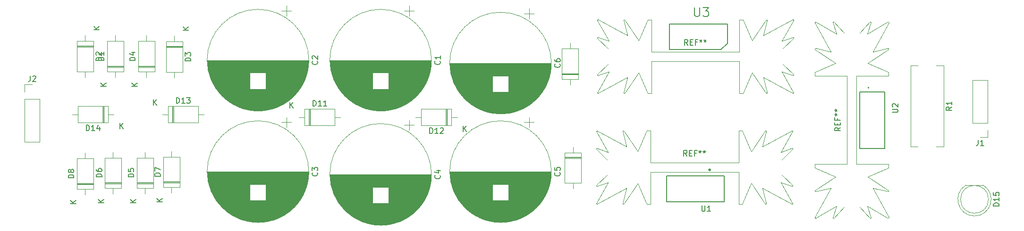
<source format=gbr>
%TF.GenerationSoftware,KiCad,Pcbnew,8.0.6*%
%TF.CreationDate,2024-12-05T22:57:10-05:00*%
%TF.ProjectId,Power Supply,506f7765-7220-4537-9570-706c792e6b69,rev?*%
%TF.SameCoordinates,Original*%
%TF.FileFunction,Legend,Top*%
%TF.FilePolarity,Positive*%
%FSLAX46Y46*%
G04 Gerber Fmt 4.6, Leading zero omitted, Abs format (unit mm)*
G04 Created by KiCad (PCBNEW 8.0.6) date 2024-12-05 22:57:10*
%MOMM*%
%LPD*%
G01*
G04 APERTURE LIST*
%ADD10C,0.150000*%
%ADD11C,0.120000*%
%ADD12C,0.127000*%
%ADD13C,0.200000*%
%ADD14C,0.152400*%
%ADD15C,0.300000*%
G04 APERTURE END LIST*
D10*
X182924819Y-32166666D02*
X182448628Y-32499999D01*
X182924819Y-32738094D02*
X181924819Y-32738094D01*
X181924819Y-32738094D02*
X181924819Y-32357142D01*
X181924819Y-32357142D02*
X181972438Y-32261904D01*
X181972438Y-32261904D02*
X182020057Y-32214285D01*
X182020057Y-32214285D02*
X182115295Y-32166666D01*
X182115295Y-32166666D02*
X182258152Y-32166666D01*
X182258152Y-32166666D02*
X182353390Y-32214285D01*
X182353390Y-32214285D02*
X182401009Y-32261904D01*
X182401009Y-32261904D02*
X182448628Y-32357142D01*
X182448628Y-32357142D02*
X182448628Y-32738094D01*
X182924819Y-31214285D02*
X182924819Y-31785713D01*
X182924819Y-31499999D02*
X181924819Y-31499999D01*
X181924819Y-31499999D02*
X182067676Y-31595237D01*
X182067676Y-31595237D02*
X182162914Y-31690475D01*
X182162914Y-31690475D02*
X182210533Y-31785713D01*
X191414819Y-49964285D02*
X190414819Y-49964285D01*
X190414819Y-49964285D02*
X190414819Y-49726190D01*
X190414819Y-49726190D02*
X190462438Y-49583333D01*
X190462438Y-49583333D02*
X190557676Y-49488095D01*
X190557676Y-49488095D02*
X190652914Y-49440476D01*
X190652914Y-49440476D02*
X190843390Y-49392857D01*
X190843390Y-49392857D02*
X190986247Y-49392857D01*
X190986247Y-49392857D02*
X191176723Y-49440476D01*
X191176723Y-49440476D02*
X191271961Y-49488095D01*
X191271961Y-49488095D02*
X191367200Y-49583333D01*
X191367200Y-49583333D02*
X191414819Y-49726190D01*
X191414819Y-49726190D02*
X191414819Y-49964285D01*
X191414819Y-48440476D02*
X191414819Y-49011904D01*
X191414819Y-48726190D02*
X190414819Y-48726190D01*
X190414819Y-48726190D02*
X190557676Y-48821428D01*
X190557676Y-48821428D02*
X190652914Y-48916666D01*
X190652914Y-48916666D02*
X190700533Y-49011904D01*
X190414819Y-47535714D02*
X190414819Y-48011904D01*
X190414819Y-48011904D02*
X190891009Y-48059523D01*
X190891009Y-48059523D02*
X190843390Y-48011904D01*
X190843390Y-48011904D02*
X190795771Y-47916666D01*
X190795771Y-47916666D02*
X190795771Y-47678571D01*
X190795771Y-47678571D02*
X190843390Y-47583333D01*
X190843390Y-47583333D02*
X190891009Y-47535714D01*
X190891009Y-47535714D02*
X190986247Y-47488095D01*
X190986247Y-47488095D02*
X191224342Y-47488095D01*
X191224342Y-47488095D02*
X191319580Y-47535714D01*
X191319580Y-47535714D02*
X191367200Y-47583333D01*
X191367200Y-47583333D02*
X191414819Y-47678571D01*
X191414819Y-47678571D02*
X191414819Y-47916666D01*
X191414819Y-47916666D02*
X191367200Y-48011904D01*
X191367200Y-48011904D02*
X191319580Y-48059523D01*
X162954819Y-35858333D02*
X162478628Y-36191666D01*
X162954819Y-36429761D02*
X161954819Y-36429761D01*
X161954819Y-36429761D02*
X161954819Y-36048809D01*
X161954819Y-36048809D02*
X162002438Y-35953571D01*
X162002438Y-35953571D02*
X162050057Y-35905952D01*
X162050057Y-35905952D02*
X162145295Y-35858333D01*
X162145295Y-35858333D02*
X162288152Y-35858333D01*
X162288152Y-35858333D02*
X162383390Y-35905952D01*
X162383390Y-35905952D02*
X162431009Y-35953571D01*
X162431009Y-35953571D02*
X162478628Y-36048809D01*
X162478628Y-36048809D02*
X162478628Y-36429761D01*
X162431009Y-35429761D02*
X162431009Y-35096428D01*
X162954819Y-34953571D02*
X162954819Y-35429761D01*
X162954819Y-35429761D02*
X161954819Y-35429761D01*
X161954819Y-35429761D02*
X161954819Y-34953571D01*
X162431009Y-34191666D02*
X162431009Y-34524999D01*
X162954819Y-34524999D02*
X161954819Y-34524999D01*
X161954819Y-34524999D02*
X161954819Y-34048809D01*
X161954819Y-33524999D02*
X162192914Y-33524999D01*
X162097676Y-33763094D02*
X162192914Y-33524999D01*
X162192914Y-33524999D02*
X162097676Y-33286904D01*
X162383390Y-33667856D02*
X162192914Y-33524999D01*
X162192914Y-33524999D02*
X162383390Y-33382142D01*
X161954819Y-32763094D02*
X162192914Y-32763094D01*
X162097676Y-33001189D02*
X162192914Y-32763094D01*
X162192914Y-32763094D02*
X162097676Y-32524999D01*
X162383390Y-32905951D02*
X162192914Y-32763094D01*
X162192914Y-32763094D02*
X162383390Y-32620237D01*
X172252319Y-33136904D02*
X173061842Y-33136904D01*
X173061842Y-33136904D02*
X173157080Y-33089285D01*
X173157080Y-33089285D02*
X173204700Y-33041666D01*
X173204700Y-33041666D02*
X173252319Y-32946428D01*
X173252319Y-32946428D02*
X173252319Y-32755952D01*
X173252319Y-32755952D02*
X173204700Y-32660714D01*
X173204700Y-32660714D02*
X173157080Y-32613095D01*
X173157080Y-32613095D02*
X173061842Y-32565476D01*
X173061842Y-32565476D02*
X172252319Y-32565476D01*
X172347557Y-32136904D02*
X172299938Y-32089285D01*
X172299938Y-32089285D02*
X172252319Y-31994047D01*
X172252319Y-31994047D02*
X172252319Y-31755952D01*
X172252319Y-31755952D02*
X172299938Y-31660714D01*
X172299938Y-31660714D02*
X172347557Y-31613095D01*
X172347557Y-31613095D02*
X172442795Y-31565476D01*
X172442795Y-31565476D02*
X172538033Y-31565476D01*
X172538033Y-31565476D02*
X172680890Y-31613095D01*
X172680890Y-31613095D02*
X173252319Y-32184523D01*
X173252319Y-32184523D02*
X173252319Y-31565476D01*
X135601666Y-21047019D02*
X135268333Y-20570828D01*
X135030238Y-21047019D02*
X135030238Y-20047019D01*
X135030238Y-20047019D02*
X135411190Y-20047019D01*
X135411190Y-20047019D02*
X135506428Y-20094638D01*
X135506428Y-20094638D02*
X135554047Y-20142257D01*
X135554047Y-20142257D02*
X135601666Y-20237495D01*
X135601666Y-20237495D02*
X135601666Y-20380352D01*
X135601666Y-20380352D02*
X135554047Y-20475590D01*
X135554047Y-20475590D02*
X135506428Y-20523209D01*
X135506428Y-20523209D02*
X135411190Y-20570828D01*
X135411190Y-20570828D02*
X135030238Y-20570828D01*
X136030238Y-20523209D02*
X136363571Y-20523209D01*
X136506428Y-21047019D02*
X136030238Y-21047019D01*
X136030238Y-21047019D02*
X136030238Y-20047019D01*
X136030238Y-20047019D02*
X136506428Y-20047019D01*
X137268333Y-20523209D02*
X136935000Y-20523209D01*
X136935000Y-21047019D02*
X136935000Y-20047019D01*
X136935000Y-20047019D02*
X137411190Y-20047019D01*
X137935000Y-20047019D02*
X137935000Y-20285114D01*
X137696905Y-20189876D02*
X137935000Y-20285114D01*
X137935000Y-20285114D02*
X138173095Y-20189876D01*
X137792143Y-20475590D02*
X137935000Y-20285114D01*
X137935000Y-20285114D02*
X138077857Y-20475590D01*
X138696905Y-20047019D02*
X138696905Y-20285114D01*
X138458810Y-20189876D02*
X138696905Y-20285114D01*
X138696905Y-20285114D02*
X138935000Y-20189876D01*
X138554048Y-20475590D02*
X138696905Y-20285114D01*
X138696905Y-20285114D02*
X138839762Y-20475590D01*
X135441666Y-40954819D02*
X135108333Y-40478628D01*
X134870238Y-40954819D02*
X134870238Y-39954819D01*
X134870238Y-39954819D02*
X135251190Y-39954819D01*
X135251190Y-39954819D02*
X135346428Y-40002438D01*
X135346428Y-40002438D02*
X135394047Y-40050057D01*
X135394047Y-40050057D02*
X135441666Y-40145295D01*
X135441666Y-40145295D02*
X135441666Y-40288152D01*
X135441666Y-40288152D02*
X135394047Y-40383390D01*
X135394047Y-40383390D02*
X135346428Y-40431009D01*
X135346428Y-40431009D02*
X135251190Y-40478628D01*
X135251190Y-40478628D02*
X134870238Y-40478628D01*
X135870238Y-40431009D02*
X136203571Y-40431009D01*
X136346428Y-40954819D02*
X135870238Y-40954819D01*
X135870238Y-40954819D02*
X135870238Y-39954819D01*
X135870238Y-39954819D02*
X136346428Y-39954819D01*
X137108333Y-40431009D02*
X136775000Y-40431009D01*
X136775000Y-40954819D02*
X136775000Y-39954819D01*
X136775000Y-39954819D02*
X137251190Y-39954819D01*
X137775000Y-39954819D02*
X137775000Y-40192914D01*
X137536905Y-40097676D02*
X137775000Y-40192914D01*
X137775000Y-40192914D02*
X138013095Y-40097676D01*
X137632143Y-40383390D02*
X137775000Y-40192914D01*
X137775000Y-40192914D02*
X137917857Y-40383390D01*
X138536905Y-39954819D02*
X138536905Y-40192914D01*
X138298810Y-40097676D02*
X138536905Y-40192914D01*
X138536905Y-40192914D02*
X138775000Y-40097676D01*
X138394048Y-40383390D02*
X138536905Y-40192914D01*
X138536905Y-40192914D02*
X138679762Y-40383390D01*
X17666666Y-26584819D02*
X17666666Y-27299104D01*
X17666666Y-27299104D02*
X17619047Y-27441961D01*
X17619047Y-27441961D02*
X17523809Y-27537200D01*
X17523809Y-27537200D02*
X17380952Y-27584819D01*
X17380952Y-27584819D02*
X17285714Y-27584819D01*
X18095238Y-26680057D02*
X18142857Y-26632438D01*
X18142857Y-26632438D02*
X18238095Y-26584819D01*
X18238095Y-26584819D02*
X18476190Y-26584819D01*
X18476190Y-26584819D02*
X18571428Y-26632438D01*
X18571428Y-26632438D02*
X18619047Y-26680057D01*
X18619047Y-26680057D02*
X18666666Y-26775295D01*
X18666666Y-26775295D02*
X18666666Y-26870533D01*
X18666666Y-26870533D02*
X18619047Y-27013390D01*
X18619047Y-27013390D02*
X18047619Y-27584819D01*
X18047619Y-27584819D02*
X18666666Y-27584819D01*
X187666666Y-38084819D02*
X187666666Y-38799104D01*
X187666666Y-38799104D02*
X187619047Y-38941961D01*
X187619047Y-38941961D02*
X187523809Y-39037200D01*
X187523809Y-39037200D02*
X187380952Y-39084819D01*
X187380952Y-39084819D02*
X187285714Y-39084819D01*
X188666666Y-39084819D02*
X188095238Y-39084819D01*
X188380952Y-39084819D02*
X188380952Y-38084819D01*
X188380952Y-38084819D02*
X188285714Y-38227676D01*
X188285714Y-38227676D02*
X188190476Y-38322914D01*
X188190476Y-38322914D02*
X188095238Y-38370533D01*
X136769276Y-14300896D02*
X136769276Y-15628515D01*
X136769276Y-15628515D02*
X136847371Y-15784705D01*
X136847371Y-15784705D02*
X136925466Y-15862801D01*
X136925466Y-15862801D02*
X137081657Y-15940896D01*
X137081657Y-15940896D02*
X137394038Y-15940896D01*
X137394038Y-15940896D02*
X137550228Y-15862801D01*
X137550228Y-15862801D02*
X137628323Y-15784705D01*
X137628323Y-15784705D02*
X137706419Y-15628515D01*
X137706419Y-15628515D02*
X137706419Y-14300896D01*
X138331180Y-14300896D02*
X139346418Y-14300896D01*
X139346418Y-14300896D02*
X138799752Y-14925658D01*
X138799752Y-14925658D02*
X139034037Y-14925658D01*
X139034037Y-14925658D02*
X139190228Y-15003753D01*
X139190228Y-15003753D02*
X139268323Y-15081848D01*
X139268323Y-15081848D02*
X139346418Y-15238039D01*
X139346418Y-15238039D02*
X139346418Y-15628515D01*
X139346418Y-15628515D02*
X139268323Y-15784705D01*
X139268323Y-15784705D02*
X139190228Y-15862801D01*
X139190228Y-15862801D02*
X139034037Y-15940896D01*
X139034037Y-15940896D02*
X138565466Y-15940896D01*
X138565466Y-15940896D02*
X138409275Y-15862801D01*
X138409275Y-15862801D02*
X138331180Y-15784705D01*
X138103095Y-49899819D02*
X138103095Y-50709342D01*
X138103095Y-50709342D02*
X138150714Y-50804580D01*
X138150714Y-50804580D02*
X138198333Y-50852200D01*
X138198333Y-50852200D02*
X138293571Y-50899819D01*
X138293571Y-50899819D02*
X138484047Y-50899819D01*
X138484047Y-50899819D02*
X138579285Y-50852200D01*
X138579285Y-50852200D02*
X138626904Y-50804580D01*
X138626904Y-50804580D02*
X138674523Y-50709342D01*
X138674523Y-50709342D02*
X138674523Y-49899819D01*
X139674523Y-50899819D02*
X139103095Y-50899819D01*
X139388809Y-50899819D02*
X139388809Y-49899819D01*
X139388809Y-49899819D02*
X139293571Y-50042676D01*
X139293571Y-50042676D02*
X139198333Y-50137914D01*
X139198333Y-50137914D02*
X139103095Y-50185533D01*
X112609580Y-24438886D02*
X112657200Y-24486505D01*
X112657200Y-24486505D02*
X112704819Y-24629362D01*
X112704819Y-24629362D02*
X112704819Y-24724600D01*
X112704819Y-24724600D02*
X112657200Y-24867457D01*
X112657200Y-24867457D02*
X112561961Y-24962695D01*
X112561961Y-24962695D02*
X112466723Y-25010314D01*
X112466723Y-25010314D02*
X112276247Y-25057933D01*
X112276247Y-25057933D02*
X112133390Y-25057933D01*
X112133390Y-25057933D02*
X111942914Y-25010314D01*
X111942914Y-25010314D02*
X111847676Y-24962695D01*
X111847676Y-24962695D02*
X111752438Y-24867457D01*
X111752438Y-24867457D02*
X111704819Y-24724600D01*
X111704819Y-24724600D02*
X111704819Y-24629362D01*
X111704819Y-24629362D02*
X111752438Y-24486505D01*
X111752438Y-24486505D02*
X111800057Y-24438886D01*
X111704819Y-23581743D02*
X111704819Y-23772219D01*
X111704819Y-23772219D02*
X111752438Y-23867457D01*
X111752438Y-23867457D02*
X111800057Y-23915076D01*
X111800057Y-23915076D02*
X111942914Y-24010314D01*
X111942914Y-24010314D02*
X112133390Y-24057933D01*
X112133390Y-24057933D02*
X112514342Y-24057933D01*
X112514342Y-24057933D02*
X112609580Y-24010314D01*
X112609580Y-24010314D02*
X112657200Y-23962695D01*
X112657200Y-23962695D02*
X112704819Y-23867457D01*
X112704819Y-23867457D02*
X112704819Y-23676981D01*
X112704819Y-23676981D02*
X112657200Y-23581743D01*
X112657200Y-23581743D02*
X112609580Y-23534124D01*
X112609580Y-23534124D02*
X112514342Y-23486505D01*
X112514342Y-23486505D02*
X112276247Y-23486505D01*
X112276247Y-23486505D02*
X112181009Y-23534124D01*
X112181009Y-23534124D02*
X112133390Y-23581743D01*
X112133390Y-23581743D02*
X112085771Y-23676981D01*
X112085771Y-23676981D02*
X112085771Y-23867457D01*
X112085771Y-23867457D02*
X112133390Y-23962695D01*
X112133390Y-23962695D02*
X112181009Y-24010314D01*
X112181009Y-24010314D02*
X112276247Y-24057933D01*
X112609580Y-43938886D02*
X112657200Y-43986505D01*
X112657200Y-43986505D02*
X112704819Y-44129362D01*
X112704819Y-44129362D02*
X112704819Y-44224600D01*
X112704819Y-44224600D02*
X112657200Y-44367457D01*
X112657200Y-44367457D02*
X112561961Y-44462695D01*
X112561961Y-44462695D02*
X112466723Y-44510314D01*
X112466723Y-44510314D02*
X112276247Y-44557933D01*
X112276247Y-44557933D02*
X112133390Y-44557933D01*
X112133390Y-44557933D02*
X111942914Y-44510314D01*
X111942914Y-44510314D02*
X111847676Y-44462695D01*
X111847676Y-44462695D02*
X111752438Y-44367457D01*
X111752438Y-44367457D02*
X111704819Y-44224600D01*
X111704819Y-44224600D02*
X111704819Y-44129362D01*
X111704819Y-44129362D02*
X111752438Y-43986505D01*
X111752438Y-43986505D02*
X111800057Y-43938886D01*
X111704819Y-43034124D02*
X111704819Y-43510314D01*
X111704819Y-43510314D02*
X112181009Y-43557933D01*
X112181009Y-43557933D02*
X112133390Y-43510314D01*
X112133390Y-43510314D02*
X112085771Y-43415076D01*
X112085771Y-43415076D02*
X112085771Y-43176981D01*
X112085771Y-43176981D02*
X112133390Y-43081743D01*
X112133390Y-43081743D02*
X112181009Y-43034124D01*
X112181009Y-43034124D02*
X112276247Y-42986505D01*
X112276247Y-42986505D02*
X112514342Y-42986505D01*
X112514342Y-42986505D02*
X112609580Y-43034124D01*
X112609580Y-43034124D02*
X112657200Y-43081743D01*
X112657200Y-43081743D02*
X112704819Y-43176981D01*
X112704819Y-43176981D02*
X112704819Y-43415076D01*
X112704819Y-43415076D02*
X112657200Y-43510314D01*
X112657200Y-43510314D02*
X112609580Y-43557933D01*
X91109580Y-44438886D02*
X91157200Y-44486505D01*
X91157200Y-44486505D02*
X91204819Y-44629362D01*
X91204819Y-44629362D02*
X91204819Y-44724600D01*
X91204819Y-44724600D02*
X91157200Y-44867457D01*
X91157200Y-44867457D02*
X91061961Y-44962695D01*
X91061961Y-44962695D02*
X90966723Y-45010314D01*
X90966723Y-45010314D02*
X90776247Y-45057933D01*
X90776247Y-45057933D02*
X90633390Y-45057933D01*
X90633390Y-45057933D02*
X90442914Y-45010314D01*
X90442914Y-45010314D02*
X90347676Y-44962695D01*
X90347676Y-44962695D02*
X90252438Y-44867457D01*
X90252438Y-44867457D02*
X90204819Y-44724600D01*
X90204819Y-44724600D02*
X90204819Y-44629362D01*
X90204819Y-44629362D02*
X90252438Y-44486505D01*
X90252438Y-44486505D02*
X90300057Y-44438886D01*
X90538152Y-43581743D02*
X91204819Y-43581743D01*
X90157200Y-43819838D02*
X90871485Y-44057933D01*
X90871485Y-44057933D02*
X90871485Y-43438886D01*
X69109580Y-43938886D02*
X69157200Y-43986505D01*
X69157200Y-43986505D02*
X69204819Y-44129362D01*
X69204819Y-44129362D02*
X69204819Y-44224600D01*
X69204819Y-44224600D02*
X69157200Y-44367457D01*
X69157200Y-44367457D02*
X69061961Y-44462695D01*
X69061961Y-44462695D02*
X68966723Y-44510314D01*
X68966723Y-44510314D02*
X68776247Y-44557933D01*
X68776247Y-44557933D02*
X68633390Y-44557933D01*
X68633390Y-44557933D02*
X68442914Y-44510314D01*
X68442914Y-44510314D02*
X68347676Y-44462695D01*
X68347676Y-44462695D02*
X68252438Y-44367457D01*
X68252438Y-44367457D02*
X68204819Y-44224600D01*
X68204819Y-44224600D02*
X68204819Y-44129362D01*
X68204819Y-44129362D02*
X68252438Y-43986505D01*
X68252438Y-43986505D02*
X68300057Y-43938886D01*
X68204819Y-43605552D02*
X68204819Y-42986505D01*
X68204819Y-42986505D02*
X68585771Y-43319838D01*
X68585771Y-43319838D02*
X68585771Y-43176981D01*
X68585771Y-43176981D02*
X68633390Y-43081743D01*
X68633390Y-43081743D02*
X68681009Y-43034124D01*
X68681009Y-43034124D02*
X68776247Y-42986505D01*
X68776247Y-42986505D02*
X69014342Y-42986505D01*
X69014342Y-42986505D02*
X69109580Y-43034124D01*
X69109580Y-43034124D02*
X69157200Y-43081743D01*
X69157200Y-43081743D02*
X69204819Y-43176981D01*
X69204819Y-43176981D02*
X69204819Y-43462695D01*
X69204819Y-43462695D02*
X69157200Y-43557933D01*
X69157200Y-43557933D02*
X69109580Y-43605552D01*
X69109580Y-23916666D02*
X69157200Y-23964285D01*
X69157200Y-23964285D02*
X69204819Y-24107142D01*
X69204819Y-24107142D02*
X69204819Y-24202380D01*
X69204819Y-24202380D02*
X69157200Y-24345237D01*
X69157200Y-24345237D02*
X69061961Y-24440475D01*
X69061961Y-24440475D02*
X68966723Y-24488094D01*
X68966723Y-24488094D02*
X68776247Y-24535713D01*
X68776247Y-24535713D02*
X68633390Y-24535713D01*
X68633390Y-24535713D02*
X68442914Y-24488094D01*
X68442914Y-24488094D02*
X68347676Y-24440475D01*
X68347676Y-24440475D02*
X68252438Y-24345237D01*
X68252438Y-24345237D02*
X68204819Y-24202380D01*
X68204819Y-24202380D02*
X68204819Y-24107142D01*
X68204819Y-24107142D02*
X68252438Y-23964285D01*
X68252438Y-23964285D02*
X68300057Y-23916666D01*
X68300057Y-23535713D02*
X68252438Y-23488094D01*
X68252438Y-23488094D02*
X68204819Y-23392856D01*
X68204819Y-23392856D02*
X68204819Y-23154761D01*
X68204819Y-23154761D02*
X68252438Y-23059523D01*
X68252438Y-23059523D02*
X68300057Y-23011904D01*
X68300057Y-23011904D02*
X68395295Y-22964285D01*
X68395295Y-22964285D02*
X68490533Y-22964285D01*
X68490533Y-22964285D02*
X68633390Y-23011904D01*
X68633390Y-23011904D02*
X69204819Y-23583332D01*
X69204819Y-23583332D02*
X69204819Y-22964285D01*
X91109580Y-23916666D02*
X91157200Y-23964285D01*
X91157200Y-23964285D02*
X91204819Y-24107142D01*
X91204819Y-24107142D02*
X91204819Y-24202380D01*
X91204819Y-24202380D02*
X91157200Y-24345237D01*
X91157200Y-24345237D02*
X91061961Y-24440475D01*
X91061961Y-24440475D02*
X90966723Y-24488094D01*
X90966723Y-24488094D02*
X90776247Y-24535713D01*
X90776247Y-24535713D02*
X90633390Y-24535713D01*
X90633390Y-24535713D02*
X90442914Y-24488094D01*
X90442914Y-24488094D02*
X90347676Y-24440475D01*
X90347676Y-24440475D02*
X90252438Y-24345237D01*
X90252438Y-24345237D02*
X90204819Y-24202380D01*
X90204819Y-24202380D02*
X90204819Y-24107142D01*
X90204819Y-24107142D02*
X90252438Y-23964285D01*
X90252438Y-23964285D02*
X90300057Y-23916666D01*
X91204819Y-22964285D02*
X91204819Y-23535713D01*
X91204819Y-23249999D02*
X90204819Y-23249999D01*
X90204819Y-23249999D02*
X90347676Y-23345237D01*
X90347676Y-23345237D02*
X90442914Y-23440475D01*
X90442914Y-23440475D02*
X90490533Y-23535713D01*
X27705714Y-36424819D02*
X27705714Y-35424819D01*
X27705714Y-35424819D02*
X27943809Y-35424819D01*
X27943809Y-35424819D02*
X28086666Y-35472438D01*
X28086666Y-35472438D02*
X28181904Y-35567676D01*
X28181904Y-35567676D02*
X28229523Y-35662914D01*
X28229523Y-35662914D02*
X28277142Y-35853390D01*
X28277142Y-35853390D02*
X28277142Y-35996247D01*
X28277142Y-35996247D02*
X28229523Y-36186723D01*
X28229523Y-36186723D02*
X28181904Y-36281961D01*
X28181904Y-36281961D02*
X28086666Y-36377200D01*
X28086666Y-36377200D02*
X27943809Y-36424819D01*
X27943809Y-36424819D02*
X27705714Y-36424819D01*
X29229523Y-36424819D02*
X28658095Y-36424819D01*
X28943809Y-36424819D02*
X28943809Y-35424819D01*
X28943809Y-35424819D02*
X28848571Y-35567676D01*
X28848571Y-35567676D02*
X28753333Y-35662914D01*
X28753333Y-35662914D02*
X28658095Y-35710533D01*
X30086666Y-35758152D02*
X30086666Y-36424819D01*
X29848571Y-35377200D02*
X29610476Y-36091485D01*
X29610476Y-36091485D02*
X30229523Y-36091485D01*
X33738095Y-36054819D02*
X33738095Y-35054819D01*
X34309523Y-36054819D02*
X33880952Y-35483390D01*
X34309523Y-35054819D02*
X33738095Y-35626247D01*
X43865714Y-31484819D02*
X43865714Y-30484819D01*
X43865714Y-30484819D02*
X44103809Y-30484819D01*
X44103809Y-30484819D02*
X44246666Y-30532438D01*
X44246666Y-30532438D02*
X44341904Y-30627676D01*
X44341904Y-30627676D02*
X44389523Y-30722914D01*
X44389523Y-30722914D02*
X44437142Y-30913390D01*
X44437142Y-30913390D02*
X44437142Y-31056247D01*
X44437142Y-31056247D02*
X44389523Y-31246723D01*
X44389523Y-31246723D02*
X44341904Y-31341961D01*
X44341904Y-31341961D02*
X44246666Y-31437200D01*
X44246666Y-31437200D02*
X44103809Y-31484819D01*
X44103809Y-31484819D02*
X43865714Y-31484819D01*
X45389523Y-31484819D02*
X44818095Y-31484819D01*
X45103809Y-31484819D02*
X45103809Y-30484819D01*
X45103809Y-30484819D02*
X45008571Y-30627676D01*
X45008571Y-30627676D02*
X44913333Y-30722914D01*
X44913333Y-30722914D02*
X44818095Y-30770533D01*
X45722857Y-30484819D02*
X46341904Y-30484819D01*
X46341904Y-30484819D02*
X46008571Y-30865771D01*
X46008571Y-30865771D02*
X46151428Y-30865771D01*
X46151428Y-30865771D02*
X46246666Y-30913390D01*
X46246666Y-30913390D02*
X46294285Y-30961009D01*
X46294285Y-30961009D02*
X46341904Y-31056247D01*
X46341904Y-31056247D02*
X46341904Y-31294342D01*
X46341904Y-31294342D02*
X46294285Y-31389580D01*
X46294285Y-31389580D02*
X46246666Y-31437200D01*
X46246666Y-31437200D02*
X46151428Y-31484819D01*
X46151428Y-31484819D02*
X45865714Y-31484819D01*
X45865714Y-31484819D02*
X45770476Y-31437200D01*
X45770476Y-31437200D02*
X45722857Y-31389580D01*
X39738095Y-31854819D02*
X39738095Y-30854819D01*
X40309523Y-31854819D02*
X39880952Y-31283390D01*
X40309523Y-30854819D02*
X39738095Y-31426247D01*
X89285714Y-36924819D02*
X89285714Y-35924819D01*
X89285714Y-35924819D02*
X89523809Y-35924819D01*
X89523809Y-35924819D02*
X89666666Y-35972438D01*
X89666666Y-35972438D02*
X89761904Y-36067676D01*
X89761904Y-36067676D02*
X89809523Y-36162914D01*
X89809523Y-36162914D02*
X89857142Y-36353390D01*
X89857142Y-36353390D02*
X89857142Y-36496247D01*
X89857142Y-36496247D02*
X89809523Y-36686723D01*
X89809523Y-36686723D02*
X89761904Y-36781961D01*
X89761904Y-36781961D02*
X89666666Y-36877200D01*
X89666666Y-36877200D02*
X89523809Y-36924819D01*
X89523809Y-36924819D02*
X89285714Y-36924819D01*
X90809523Y-36924819D02*
X90238095Y-36924819D01*
X90523809Y-36924819D02*
X90523809Y-35924819D01*
X90523809Y-35924819D02*
X90428571Y-36067676D01*
X90428571Y-36067676D02*
X90333333Y-36162914D01*
X90333333Y-36162914D02*
X90238095Y-36210533D01*
X91190476Y-36020057D02*
X91238095Y-35972438D01*
X91238095Y-35972438D02*
X91333333Y-35924819D01*
X91333333Y-35924819D02*
X91571428Y-35924819D01*
X91571428Y-35924819D02*
X91666666Y-35972438D01*
X91666666Y-35972438D02*
X91714285Y-36020057D01*
X91714285Y-36020057D02*
X91761904Y-36115295D01*
X91761904Y-36115295D02*
X91761904Y-36210533D01*
X91761904Y-36210533D02*
X91714285Y-36353390D01*
X91714285Y-36353390D02*
X91142857Y-36924819D01*
X91142857Y-36924819D02*
X91761904Y-36924819D01*
X95318095Y-36554819D02*
X95318095Y-35554819D01*
X95889523Y-36554819D02*
X95460952Y-35983390D01*
X95889523Y-35554819D02*
X95318095Y-36126247D01*
X68365714Y-31984819D02*
X68365714Y-30984819D01*
X68365714Y-30984819D02*
X68603809Y-30984819D01*
X68603809Y-30984819D02*
X68746666Y-31032438D01*
X68746666Y-31032438D02*
X68841904Y-31127676D01*
X68841904Y-31127676D02*
X68889523Y-31222914D01*
X68889523Y-31222914D02*
X68937142Y-31413390D01*
X68937142Y-31413390D02*
X68937142Y-31556247D01*
X68937142Y-31556247D02*
X68889523Y-31746723D01*
X68889523Y-31746723D02*
X68841904Y-31841961D01*
X68841904Y-31841961D02*
X68746666Y-31937200D01*
X68746666Y-31937200D02*
X68603809Y-31984819D01*
X68603809Y-31984819D02*
X68365714Y-31984819D01*
X69889523Y-31984819D02*
X69318095Y-31984819D01*
X69603809Y-31984819D02*
X69603809Y-30984819D01*
X69603809Y-30984819D02*
X69508571Y-31127676D01*
X69508571Y-31127676D02*
X69413333Y-31222914D01*
X69413333Y-31222914D02*
X69318095Y-31270533D01*
X70841904Y-31984819D02*
X70270476Y-31984819D01*
X70556190Y-31984819D02*
X70556190Y-30984819D01*
X70556190Y-30984819D02*
X70460952Y-31127676D01*
X70460952Y-31127676D02*
X70365714Y-31222914D01*
X70365714Y-31222914D02*
X70270476Y-31270533D01*
X64238095Y-32354819D02*
X64238095Y-31354819D01*
X64809523Y-32354819D02*
X64380952Y-31783390D01*
X64809523Y-31354819D02*
X64238095Y-31926247D01*
X25484819Y-44898094D02*
X24484819Y-44898094D01*
X24484819Y-44898094D02*
X24484819Y-44659999D01*
X24484819Y-44659999D02*
X24532438Y-44517142D01*
X24532438Y-44517142D02*
X24627676Y-44421904D01*
X24627676Y-44421904D02*
X24722914Y-44374285D01*
X24722914Y-44374285D02*
X24913390Y-44326666D01*
X24913390Y-44326666D02*
X25056247Y-44326666D01*
X25056247Y-44326666D02*
X25246723Y-44374285D01*
X25246723Y-44374285D02*
X25341961Y-44421904D01*
X25341961Y-44421904D02*
X25437200Y-44517142D01*
X25437200Y-44517142D02*
X25484819Y-44659999D01*
X25484819Y-44659999D02*
X25484819Y-44898094D01*
X24913390Y-43755237D02*
X24865771Y-43850475D01*
X24865771Y-43850475D02*
X24818152Y-43898094D01*
X24818152Y-43898094D02*
X24722914Y-43945713D01*
X24722914Y-43945713D02*
X24675295Y-43945713D01*
X24675295Y-43945713D02*
X24580057Y-43898094D01*
X24580057Y-43898094D02*
X24532438Y-43850475D01*
X24532438Y-43850475D02*
X24484819Y-43755237D01*
X24484819Y-43755237D02*
X24484819Y-43564761D01*
X24484819Y-43564761D02*
X24532438Y-43469523D01*
X24532438Y-43469523D02*
X24580057Y-43421904D01*
X24580057Y-43421904D02*
X24675295Y-43374285D01*
X24675295Y-43374285D02*
X24722914Y-43374285D01*
X24722914Y-43374285D02*
X24818152Y-43421904D01*
X24818152Y-43421904D02*
X24865771Y-43469523D01*
X24865771Y-43469523D02*
X24913390Y-43564761D01*
X24913390Y-43564761D02*
X24913390Y-43755237D01*
X24913390Y-43755237D02*
X24961009Y-43850475D01*
X24961009Y-43850475D02*
X25008628Y-43898094D01*
X25008628Y-43898094D02*
X25103866Y-43945713D01*
X25103866Y-43945713D02*
X25294342Y-43945713D01*
X25294342Y-43945713D02*
X25389580Y-43898094D01*
X25389580Y-43898094D02*
X25437200Y-43850475D01*
X25437200Y-43850475D02*
X25484819Y-43755237D01*
X25484819Y-43755237D02*
X25484819Y-43564761D01*
X25484819Y-43564761D02*
X25437200Y-43469523D01*
X25437200Y-43469523D02*
X25389580Y-43421904D01*
X25389580Y-43421904D02*
X25294342Y-43374285D01*
X25294342Y-43374285D02*
X25103866Y-43374285D01*
X25103866Y-43374285D02*
X25008628Y-43421904D01*
X25008628Y-43421904D02*
X24961009Y-43469523D01*
X24961009Y-43469523D02*
X24913390Y-43564761D01*
X25854819Y-49501904D02*
X24854819Y-49501904D01*
X25854819Y-48930476D02*
X25283390Y-49359047D01*
X24854819Y-48930476D02*
X25426247Y-49501904D01*
X40984819Y-44578094D02*
X39984819Y-44578094D01*
X39984819Y-44578094D02*
X39984819Y-44339999D01*
X39984819Y-44339999D02*
X40032438Y-44197142D01*
X40032438Y-44197142D02*
X40127676Y-44101904D01*
X40127676Y-44101904D02*
X40222914Y-44054285D01*
X40222914Y-44054285D02*
X40413390Y-44006666D01*
X40413390Y-44006666D02*
X40556247Y-44006666D01*
X40556247Y-44006666D02*
X40746723Y-44054285D01*
X40746723Y-44054285D02*
X40841961Y-44101904D01*
X40841961Y-44101904D02*
X40937200Y-44197142D01*
X40937200Y-44197142D02*
X40984819Y-44339999D01*
X40984819Y-44339999D02*
X40984819Y-44578094D01*
X39984819Y-43673332D02*
X39984819Y-43006666D01*
X39984819Y-43006666D02*
X40984819Y-43435237D01*
X41354819Y-49181904D02*
X40354819Y-49181904D01*
X41354819Y-48610476D02*
X40783390Y-49039047D01*
X40354819Y-48610476D02*
X40926247Y-49181904D01*
X30484819Y-44738094D02*
X29484819Y-44738094D01*
X29484819Y-44738094D02*
X29484819Y-44499999D01*
X29484819Y-44499999D02*
X29532438Y-44357142D01*
X29532438Y-44357142D02*
X29627676Y-44261904D01*
X29627676Y-44261904D02*
X29722914Y-44214285D01*
X29722914Y-44214285D02*
X29913390Y-44166666D01*
X29913390Y-44166666D02*
X30056247Y-44166666D01*
X30056247Y-44166666D02*
X30246723Y-44214285D01*
X30246723Y-44214285D02*
X30341961Y-44261904D01*
X30341961Y-44261904D02*
X30437200Y-44357142D01*
X30437200Y-44357142D02*
X30484819Y-44499999D01*
X30484819Y-44499999D02*
X30484819Y-44738094D01*
X29484819Y-43309523D02*
X29484819Y-43499999D01*
X29484819Y-43499999D02*
X29532438Y-43595237D01*
X29532438Y-43595237D02*
X29580057Y-43642856D01*
X29580057Y-43642856D02*
X29722914Y-43738094D01*
X29722914Y-43738094D02*
X29913390Y-43785713D01*
X29913390Y-43785713D02*
X30294342Y-43785713D01*
X30294342Y-43785713D02*
X30389580Y-43738094D01*
X30389580Y-43738094D02*
X30437200Y-43690475D01*
X30437200Y-43690475D02*
X30484819Y-43595237D01*
X30484819Y-43595237D02*
X30484819Y-43404761D01*
X30484819Y-43404761D02*
X30437200Y-43309523D01*
X30437200Y-43309523D02*
X30389580Y-43261904D01*
X30389580Y-43261904D02*
X30294342Y-43214285D01*
X30294342Y-43214285D02*
X30056247Y-43214285D01*
X30056247Y-43214285D02*
X29961009Y-43261904D01*
X29961009Y-43261904D02*
X29913390Y-43309523D01*
X29913390Y-43309523D02*
X29865771Y-43404761D01*
X29865771Y-43404761D02*
X29865771Y-43595237D01*
X29865771Y-43595237D02*
X29913390Y-43690475D01*
X29913390Y-43690475D02*
X29961009Y-43738094D01*
X29961009Y-43738094D02*
X30056247Y-43785713D01*
X30854819Y-49341904D02*
X29854819Y-49341904D01*
X30854819Y-48770476D02*
X30283390Y-49199047D01*
X29854819Y-48770476D02*
X30426247Y-49341904D01*
X36234819Y-44738094D02*
X35234819Y-44738094D01*
X35234819Y-44738094D02*
X35234819Y-44499999D01*
X35234819Y-44499999D02*
X35282438Y-44357142D01*
X35282438Y-44357142D02*
X35377676Y-44261904D01*
X35377676Y-44261904D02*
X35472914Y-44214285D01*
X35472914Y-44214285D02*
X35663390Y-44166666D01*
X35663390Y-44166666D02*
X35806247Y-44166666D01*
X35806247Y-44166666D02*
X35996723Y-44214285D01*
X35996723Y-44214285D02*
X36091961Y-44261904D01*
X36091961Y-44261904D02*
X36187200Y-44357142D01*
X36187200Y-44357142D02*
X36234819Y-44499999D01*
X36234819Y-44499999D02*
X36234819Y-44738094D01*
X35234819Y-43261904D02*
X35234819Y-43738094D01*
X35234819Y-43738094D02*
X35711009Y-43785713D01*
X35711009Y-43785713D02*
X35663390Y-43738094D01*
X35663390Y-43738094D02*
X35615771Y-43642856D01*
X35615771Y-43642856D02*
X35615771Y-43404761D01*
X35615771Y-43404761D02*
X35663390Y-43309523D01*
X35663390Y-43309523D02*
X35711009Y-43261904D01*
X35711009Y-43261904D02*
X35806247Y-43214285D01*
X35806247Y-43214285D02*
X36044342Y-43214285D01*
X36044342Y-43214285D02*
X36139580Y-43261904D01*
X36139580Y-43261904D02*
X36187200Y-43309523D01*
X36187200Y-43309523D02*
X36234819Y-43404761D01*
X36234819Y-43404761D02*
X36234819Y-43642856D01*
X36234819Y-43642856D02*
X36187200Y-43738094D01*
X36187200Y-43738094D02*
X36139580Y-43785713D01*
X36604819Y-49341904D02*
X35604819Y-49341904D01*
X36604819Y-48770476D02*
X36033390Y-49199047D01*
X35604819Y-48770476D02*
X36176247Y-49341904D01*
X36484819Y-23818094D02*
X35484819Y-23818094D01*
X35484819Y-23818094D02*
X35484819Y-23579999D01*
X35484819Y-23579999D02*
X35532438Y-23437142D01*
X35532438Y-23437142D02*
X35627676Y-23341904D01*
X35627676Y-23341904D02*
X35722914Y-23294285D01*
X35722914Y-23294285D02*
X35913390Y-23246666D01*
X35913390Y-23246666D02*
X36056247Y-23246666D01*
X36056247Y-23246666D02*
X36246723Y-23294285D01*
X36246723Y-23294285D02*
X36341961Y-23341904D01*
X36341961Y-23341904D02*
X36437200Y-23437142D01*
X36437200Y-23437142D02*
X36484819Y-23579999D01*
X36484819Y-23579999D02*
X36484819Y-23818094D01*
X35818152Y-22389523D02*
X36484819Y-22389523D01*
X35437200Y-22627618D02*
X36151485Y-22865713D01*
X36151485Y-22865713D02*
X36151485Y-22246666D01*
X36854819Y-28421904D02*
X35854819Y-28421904D01*
X36854819Y-27850476D02*
X36283390Y-28279047D01*
X35854819Y-27850476D02*
X36426247Y-28421904D01*
X46424819Y-23898094D02*
X45424819Y-23898094D01*
X45424819Y-23898094D02*
X45424819Y-23659999D01*
X45424819Y-23659999D02*
X45472438Y-23517142D01*
X45472438Y-23517142D02*
X45567676Y-23421904D01*
X45567676Y-23421904D02*
X45662914Y-23374285D01*
X45662914Y-23374285D02*
X45853390Y-23326666D01*
X45853390Y-23326666D02*
X45996247Y-23326666D01*
X45996247Y-23326666D02*
X46186723Y-23374285D01*
X46186723Y-23374285D02*
X46281961Y-23421904D01*
X46281961Y-23421904D02*
X46377200Y-23517142D01*
X46377200Y-23517142D02*
X46424819Y-23659999D01*
X46424819Y-23659999D02*
X46424819Y-23898094D01*
X45424819Y-22993332D02*
X45424819Y-22374285D01*
X45424819Y-22374285D02*
X45805771Y-22707618D01*
X45805771Y-22707618D02*
X45805771Y-22564761D01*
X45805771Y-22564761D02*
X45853390Y-22469523D01*
X45853390Y-22469523D02*
X45901009Y-22421904D01*
X45901009Y-22421904D02*
X45996247Y-22374285D01*
X45996247Y-22374285D02*
X46234342Y-22374285D01*
X46234342Y-22374285D02*
X46329580Y-22421904D01*
X46329580Y-22421904D02*
X46377200Y-22469523D01*
X46377200Y-22469523D02*
X46424819Y-22564761D01*
X46424819Y-22564761D02*
X46424819Y-22850475D01*
X46424819Y-22850475D02*
X46377200Y-22945713D01*
X46377200Y-22945713D02*
X46329580Y-22993332D01*
X46054819Y-18341904D02*
X45054819Y-18341904D01*
X46054819Y-17770476D02*
X45483390Y-18199047D01*
X45054819Y-17770476D02*
X45626247Y-18341904D01*
X30424819Y-23818094D02*
X29424819Y-23818094D01*
X29424819Y-23818094D02*
X29424819Y-23579999D01*
X29424819Y-23579999D02*
X29472438Y-23437142D01*
X29472438Y-23437142D02*
X29567676Y-23341904D01*
X29567676Y-23341904D02*
X29662914Y-23294285D01*
X29662914Y-23294285D02*
X29853390Y-23246666D01*
X29853390Y-23246666D02*
X29996247Y-23246666D01*
X29996247Y-23246666D02*
X30186723Y-23294285D01*
X30186723Y-23294285D02*
X30281961Y-23341904D01*
X30281961Y-23341904D02*
X30377200Y-23437142D01*
X30377200Y-23437142D02*
X30424819Y-23579999D01*
X30424819Y-23579999D02*
X30424819Y-23818094D01*
X29520057Y-22865713D02*
X29472438Y-22818094D01*
X29472438Y-22818094D02*
X29424819Y-22722856D01*
X29424819Y-22722856D02*
X29424819Y-22484761D01*
X29424819Y-22484761D02*
X29472438Y-22389523D01*
X29472438Y-22389523D02*
X29520057Y-22341904D01*
X29520057Y-22341904D02*
X29615295Y-22294285D01*
X29615295Y-22294285D02*
X29710533Y-22294285D01*
X29710533Y-22294285D02*
X29853390Y-22341904D01*
X29853390Y-22341904D02*
X30424819Y-22913332D01*
X30424819Y-22913332D02*
X30424819Y-22294285D01*
X30054819Y-18261904D02*
X29054819Y-18261904D01*
X30054819Y-17690476D02*
X29483390Y-18119047D01*
X29054819Y-17690476D02*
X29626247Y-18261904D01*
X30904819Y-23818094D02*
X29904819Y-23818094D01*
X29904819Y-23818094D02*
X29904819Y-23579999D01*
X29904819Y-23579999D02*
X29952438Y-23437142D01*
X29952438Y-23437142D02*
X30047676Y-23341904D01*
X30047676Y-23341904D02*
X30142914Y-23294285D01*
X30142914Y-23294285D02*
X30333390Y-23246666D01*
X30333390Y-23246666D02*
X30476247Y-23246666D01*
X30476247Y-23246666D02*
X30666723Y-23294285D01*
X30666723Y-23294285D02*
X30761961Y-23341904D01*
X30761961Y-23341904D02*
X30857200Y-23437142D01*
X30857200Y-23437142D02*
X30904819Y-23579999D01*
X30904819Y-23579999D02*
X30904819Y-23818094D01*
X30904819Y-22294285D02*
X30904819Y-22865713D01*
X30904819Y-22579999D02*
X29904819Y-22579999D01*
X29904819Y-22579999D02*
X30047676Y-22675237D01*
X30047676Y-22675237D02*
X30142914Y-22770475D01*
X30142914Y-22770475D02*
X30190533Y-22865713D01*
X31274819Y-28421904D02*
X30274819Y-28421904D01*
X31274819Y-27850476D02*
X30703390Y-28279047D01*
X30274819Y-27850476D02*
X30846247Y-28421904D01*
D11*
%TO.C,R1*%
X181470000Y-24730000D02*
X181470000Y-39270000D01*
X180140000Y-24730000D02*
X181470000Y-24730000D01*
X176860000Y-24730000D02*
X175530000Y-24730000D01*
X175530000Y-24730000D02*
X175530000Y-39270000D01*
X181470000Y-39270000D02*
X180140000Y-39270000D01*
X175530000Y-39270000D02*
X176860000Y-39270000D01*
%TO.C,D15*%
X188545000Y-46190000D02*
X185455000Y-46190000D01*
X188544830Y-46190000D02*
G75*
G02*
X186999538Y-51740000I-1544830J-2560000D01*
G01*
X187000462Y-51740000D02*
G75*
G02*
X185455170Y-46190000I-462J2990000D01*
G01*
X189500000Y-48750000D02*
G75*
G02*
X184500000Y-48750000I-2500000J0D01*
G01*
X184500000Y-48750000D02*
G75*
G02*
X189500000Y-48750000I2500000J0D01*
G01*
%TO.C,REF\u002A\u002A*%
X158490000Y-52130000D02*
X162260000Y-49980000D01*
X171510000Y-52130000D02*
X167740000Y-49980000D01*
X161730000Y-52120000D02*
X163620000Y-50160000D01*
X168270000Y-52120000D02*
X166380000Y-50160000D01*
X161580000Y-52030000D02*
X161730000Y-52120000D01*
X168420000Y-52030000D02*
X168270000Y-52120000D01*
X158370000Y-52010000D02*
X158490000Y-52130000D01*
X171630000Y-52010000D02*
X171510000Y-52130000D01*
X162260000Y-49980000D02*
X161580000Y-52030000D01*
X167740000Y-49980000D02*
X168420000Y-52030000D01*
X158450000Y-47370000D02*
X161250000Y-46710000D01*
X171550000Y-47370000D02*
X168750000Y-46710000D01*
X158390000Y-47190000D02*
X158450000Y-47370000D01*
X171610000Y-47190000D02*
X171550000Y-47370000D01*
X161250000Y-46710000D02*
X158370000Y-52010000D01*
X168750000Y-46710000D02*
X171630000Y-52010000D01*
X162110000Y-44690000D02*
X158390000Y-47190000D01*
X167890000Y-44690000D02*
X171610000Y-47190000D01*
X158400000Y-43070000D02*
X162110000Y-44680000D01*
X171600000Y-43070000D02*
X167890000Y-44680000D01*
X158400000Y-42400000D02*
X158400000Y-43070000D01*
X164150000Y-42400000D02*
X158400000Y-42400000D01*
X165850000Y-42400000D02*
X171600000Y-42400000D01*
X171600000Y-42400000D02*
X171600000Y-43070000D01*
X164150000Y-34500000D02*
X164150000Y-42400000D01*
X164150000Y-34500000D02*
X164150000Y-26600000D01*
X165850000Y-34500000D02*
X165850000Y-42400000D01*
X165850000Y-34500000D02*
X165850000Y-26600000D01*
X158400000Y-26600000D02*
X158400000Y-25930000D01*
X164150000Y-26600000D02*
X158400000Y-26600000D01*
X165850000Y-26600000D02*
X171600000Y-26600000D01*
X171600000Y-26600000D02*
X171600000Y-25930000D01*
X158400000Y-25930000D02*
X162110000Y-24320000D01*
X171600000Y-25930000D02*
X167890000Y-24320000D01*
X162110000Y-24310000D02*
X158390000Y-21810000D01*
X167890000Y-24310000D02*
X171610000Y-21810000D01*
X161250000Y-22290000D02*
X158370000Y-16990000D01*
X168750000Y-22290000D02*
X171630000Y-16990000D01*
X158390000Y-21810000D02*
X158450000Y-21630000D01*
X171610000Y-21810000D02*
X171550000Y-21630000D01*
X158450000Y-21630000D02*
X161250000Y-22290000D01*
X171550000Y-21630000D02*
X168750000Y-22290000D01*
X162260000Y-19020000D02*
X161580000Y-16970000D01*
X167740000Y-19020000D02*
X168420000Y-16970000D01*
X158370000Y-16990000D02*
X158490000Y-16870000D01*
X171630000Y-16990000D02*
X171510000Y-16870000D01*
X161580000Y-16970000D02*
X161730000Y-16880000D01*
X168420000Y-16970000D02*
X168270000Y-16880000D01*
X161730000Y-16880000D02*
X163620000Y-18840000D01*
X168270000Y-16880000D02*
X166380000Y-18840000D01*
X158490000Y-16870000D02*
X162260000Y-19020000D01*
X171510000Y-16870000D02*
X167740000Y-19020000D01*
D12*
%TO.C,U2*%
X170912500Y-29450000D02*
X170912500Y-39650000D01*
X166412500Y-29450000D02*
X170912500Y-29450000D01*
X170912500Y-39650000D02*
X166412500Y-39650000D01*
X166412500Y-39650000D02*
X166412500Y-29450000D01*
D13*
X168100000Y-28700000D02*
G75*
G02*
X167900000Y-28700000I-100000J0D01*
G01*
X167900000Y-28700000D02*
G75*
G02*
X168100000Y-28700000I100000J0D01*
G01*
D11*
%TO.C,REF\u002A\u002A*%
X119330000Y-16582200D02*
X121480000Y-20352200D01*
X119330000Y-29602200D02*
X121480000Y-25832200D01*
X119340000Y-19822200D02*
X121300000Y-21712200D01*
X119340000Y-26362200D02*
X121300000Y-24472200D01*
X119430000Y-19672200D02*
X119340000Y-19822200D01*
X119430000Y-26512200D02*
X119340000Y-26362200D01*
X119450000Y-16462200D02*
X119330000Y-16582200D01*
X119450000Y-29722200D02*
X119330000Y-29602200D01*
X121480000Y-20352200D02*
X119430000Y-19672200D01*
X121480000Y-25832200D02*
X119430000Y-26512200D01*
X124090000Y-16542200D02*
X124750000Y-19342200D01*
X124090000Y-29642200D02*
X124750000Y-26842200D01*
X124270000Y-16482200D02*
X124090000Y-16542200D01*
X124270000Y-29702200D02*
X124090000Y-29642200D01*
X124750000Y-19342200D02*
X119450000Y-16462200D01*
X124750000Y-26842200D02*
X119450000Y-29722200D01*
X126770000Y-20202200D02*
X124270000Y-16482200D01*
X126770000Y-25982200D02*
X124270000Y-29702200D01*
X128390000Y-16492200D02*
X126780000Y-20202200D01*
X128390000Y-29692200D02*
X126780000Y-25982200D01*
X129060000Y-16492200D02*
X128390000Y-16492200D01*
X129060000Y-22242200D02*
X129060000Y-16492200D01*
X129060000Y-23942200D02*
X129060000Y-29692200D01*
X129060000Y-29692200D02*
X128390000Y-29692200D01*
X136960000Y-22242200D02*
X129060000Y-22242200D01*
X136960000Y-22242200D02*
X144860000Y-22242200D01*
X136960000Y-23942200D02*
X129060000Y-23942200D01*
X136960000Y-23942200D02*
X144860000Y-23942200D01*
X144860000Y-16492200D02*
X145530000Y-16492200D01*
X144860000Y-22242200D02*
X144860000Y-16492200D01*
X144860000Y-23942200D02*
X144860000Y-29692200D01*
X144860000Y-29692200D02*
X145530000Y-29692200D01*
X145530000Y-16492200D02*
X147140000Y-20202200D01*
X145530000Y-29692200D02*
X147140000Y-25982200D01*
X147150000Y-20202200D02*
X149650000Y-16482200D01*
X147150000Y-25982200D02*
X149650000Y-29702200D01*
X149170000Y-19342200D02*
X154470000Y-16462200D01*
X149170000Y-26842200D02*
X154470000Y-29722200D01*
X149650000Y-16482200D02*
X149830000Y-16542200D01*
X149650000Y-29702200D02*
X149830000Y-29642200D01*
X149830000Y-16542200D02*
X149170000Y-19342200D01*
X149830000Y-29642200D02*
X149170000Y-26842200D01*
X152440000Y-20352200D02*
X154490000Y-19672200D01*
X152440000Y-25832200D02*
X154490000Y-26512200D01*
X154470000Y-16462200D02*
X154590000Y-16582200D01*
X154470000Y-29722200D02*
X154590000Y-29602200D01*
X154490000Y-19672200D02*
X154580000Y-19822200D01*
X154490000Y-26512200D02*
X154580000Y-26362200D01*
X154580000Y-19822200D02*
X152620000Y-21712200D01*
X154580000Y-26362200D02*
X152620000Y-24472200D01*
X154590000Y-16582200D02*
X152440000Y-20352200D01*
X154590000Y-29602200D02*
X152440000Y-25832200D01*
X119170000Y-36490000D02*
X121320000Y-40260000D01*
X119170000Y-49510000D02*
X121320000Y-45740000D01*
X119180000Y-39730000D02*
X121140000Y-41620000D01*
X119180000Y-46270000D02*
X121140000Y-44380000D01*
X119270000Y-39580000D02*
X119180000Y-39730000D01*
X119270000Y-46420000D02*
X119180000Y-46270000D01*
X119290000Y-36370000D02*
X119170000Y-36490000D01*
X119290000Y-49630000D02*
X119170000Y-49510000D01*
X121320000Y-40260000D02*
X119270000Y-39580000D01*
X121320000Y-45740000D02*
X119270000Y-46420000D01*
X123930000Y-36450000D02*
X124590000Y-39250000D01*
X123930000Y-49550000D02*
X124590000Y-46750000D01*
X124110000Y-36390000D02*
X123930000Y-36450000D01*
X124110000Y-49610000D02*
X123930000Y-49550000D01*
X124590000Y-39250000D02*
X119290000Y-36370000D01*
X124590000Y-46750000D02*
X119290000Y-49630000D01*
X126610000Y-40110000D02*
X124110000Y-36390000D01*
X126610000Y-45890000D02*
X124110000Y-49610000D01*
X128230000Y-36400000D02*
X126620000Y-40110000D01*
X128230000Y-49600000D02*
X126620000Y-45890000D01*
X128900000Y-36400000D02*
X128230000Y-36400000D01*
X128900000Y-42150000D02*
X128900000Y-36400000D01*
X128900000Y-43850000D02*
X128900000Y-49600000D01*
X128900000Y-49600000D02*
X128230000Y-49600000D01*
X136800000Y-42150000D02*
X128900000Y-42150000D01*
X136800000Y-42150000D02*
X144700000Y-42150000D01*
X136800000Y-43850000D02*
X128900000Y-43850000D01*
X136800000Y-43850000D02*
X144700000Y-43850000D01*
X144700000Y-36400000D02*
X145370000Y-36400000D01*
X144700000Y-42150000D02*
X144700000Y-36400000D01*
X144700000Y-43850000D02*
X144700000Y-49600000D01*
X144700000Y-49600000D02*
X145370000Y-49600000D01*
X145370000Y-36400000D02*
X146980000Y-40110000D01*
X145370000Y-49600000D02*
X146980000Y-45890000D01*
X146990000Y-40110000D02*
X149490000Y-36390000D01*
X146990000Y-45890000D02*
X149490000Y-49610000D01*
X149010000Y-39250000D02*
X154310000Y-36370000D01*
X149010000Y-46750000D02*
X154310000Y-49630000D01*
X149490000Y-36390000D02*
X149670000Y-36450000D01*
X149490000Y-49610000D02*
X149670000Y-49550000D01*
X149670000Y-36450000D02*
X149010000Y-39250000D01*
X149670000Y-49550000D02*
X149010000Y-46750000D01*
X152280000Y-40260000D02*
X154330000Y-39580000D01*
X152280000Y-45740000D02*
X154330000Y-46420000D01*
X154310000Y-36370000D02*
X154430000Y-36490000D01*
X154310000Y-49630000D02*
X154430000Y-49510000D01*
X154330000Y-39580000D02*
X154420000Y-39730000D01*
X154330000Y-46420000D02*
X154420000Y-46270000D01*
X154420000Y-39730000D02*
X152460000Y-41620000D01*
X154420000Y-46270000D02*
X152460000Y-44380000D01*
X154430000Y-36490000D02*
X152280000Y-40260000D01*
X154430000Y-49510000D02*
X152280000Y-45740000D01*
%TO.C,J2*%
X19330000Y-30730000D02*
X19330000Y-38410000D01*
X16670000Y-38410000D02*
X19330000Y-38410000D01*
X16670000Y-30730000D02*
X19330000Y-30730000D01*
X16670000Y-30730000D02*
X16670000Y-38410000D01*
X16670000Y-29460000D02*
X16670000Y-28130000D01*
X16670000Y-28130000D02*
X18000000Y-28130000D01*
%TO.C,J1*%
X189330000Y-37630000D02*
X188000000Y-37630000D01*
X189330000Y-36300000D02*
X189330000Y-37630000D01*
X189330000Y-35030000D02*
X189330000Y-27350000D01*
X189330000Y-35030000D02*
X186670000Y-35030000D01*
X189330000Y-27350000D02*
X186670000Y-27350000D01*
X186670000Y-35030000D02*
X186670000Y-27350000D01*
D14*
%TO.C,U3*%
X132253000Y-17247400D02*
X142667000Y-17247400D01*
X132253000Y-21844800D02*
X132253000Y-17247400D01*
X141498600Y-21844800D02*
X132253000Y-21844800D01*
X142667000Y-17247400D02*
X142667000Y-20701800D01*
X142667000Y-20701800D02*
X141498600Y-21844800D01*
D15*
%TO.C,U1*%
X139600000Y-43460000D02*
G75*
G02*
X139400000Y-43460000I-100000J0D01*
G01*
X139400000Y-43460000D02*
G75*
G02*
X139600000Y-43460000I100000J0D01*
G01*
D12*
X131750000Y-44550000D02*
X131750000Y-49150000D01*
X131750000Y-49150000D02*
X142150000Y-49150000D01*
X142150000Y-44550000D02*
X131750000Y-44550000D01*
X142150000Y-49150000D02*
X142150000Y-44550000D01*
D11*
%TO.C,C6*%
X107115000Y-14512780D02*
X107115000Y-16312780D01*
X108015000Y-15412780D02*
X106215000Y-15412780D01*
X111081000Y-24272220D02*
X92919000Y-24272220D01*
X111080000Y-24312220D02*
X92920000Y-24312220D01*
X111080000Y-24352220D02*
X92920000Y-24352220D01*
X111080000Y-24392220D02*
X92920000Y-24392220D01*
X111079000Y-24432220D02*
X92921000Y-24432220D01*
X111078000Y-24472220D02*
X92922000Y-24472220D01*
X111077000Y-24512220D02*
X92923000Y-24512220D01*
X111076000Y-24552220D02*
X92924000Y-24552220D01*
X111075000Y-24592220D02*
X92925000Y-24592220D01*
X111073000Y-24632220D02*
X92927000Y-24632220D01*
X111072000Y-24672220D02*
X92928000Y-24672220D01*
X111070000Y-24712220D02*
X92930000Y-24712220D01*
X111068000Y-24752220D02*
X92932000Y-24752220D01*
X111066000Y-24792220D02*
X92934000Y-24792220D01*
X111063000Y-24832220D02*
X92937000Y-24832220D01*
X111061000Y-24872220D02*
X92939000Y-24872220D01*
X111058000Y-24912220D02*
X92942000Y-24912220D01*
X111055000Y-24952220D02*
X92945000Y-24952220D01*
X111052000Y-24993220D02*
X92948000Y-24993220D01*
X111049000Y-25033220D02*
X92951000Y-25033220D01*
X111045000Y-25073220D02*
X92955000Y-25073220D01*
X111042000Y-25113220D02*
X92958000Y-25113220D01*
X111038000Y-25153220D02*
X92962000Y-25153220D01*
X111034000Y-25193220D02*
X92966000Y-25193220D01*
X111030000Y-25233220D02*
X92970000Y-25233220D01*
X111026000Y-25273220D02*
X92974000Y-25273220D01*
X111021000Y-25313220D02*
X92979000Y-25313220D01*
X111016000Y-25353220D02*
X92984000Y-25353220D01*
X111011000Y-25393220D02*
X92989000Y-25393220D01*
X111006000Y-25433220D02*
X92994000Y-25433220D01*
X111001000Y-25473220D02*
X92999000Y-25473220D01*
X110996000Y-25513220D02*
X93004000Y-25513220D01*
X110990000Y-25553220D02*
X93010000Y-25553220D01*
X110984000Y-25593220D02*
X93016000Y-25593220D01*
X110979000Y-25633220D02*
X93021000Y-25633220D01*
X110972000Y-25673220D02*
X93028000Y-25673220D01*
X110966000Y-25713220D02*
X93034000Y-25713220D01*
X110960000Y-25753220D02*
X93040000Y-25753220D01*
X110953000Y-25793220D02*
X93047000Y-25793220D01*
X110946000Y-25833220D02*
X93054000Y-25833220D01*
X110939000Y-25873220D02*
X93061000Y-25873220D01*
X110932000Y-25913220D02*
X93068000Y-25913220D01*
X110924000Y-25953220D02*
X93076000Y-25953220D01*
X110917000Y-25993220D02*
X93083000Y-25993220D01*
X110909000Y-26033220D02*
X93091000Y-26033220D01*
X110901000Y-26073220D02*
X93099000Y-26073220D01*
X110893000Y-26113220D02*
X93107000Y-26113220D01*
X110885000Y-26153220D02*
X93115000Y-26153220D01*
X110876000Y-26193220D02*
X93124000Y-26193220D01*
X110867000Y-26233220D02*
X93133000Y-26233220D01*
X110858000Y-26273220D02*
X93142000Y-26273220D01*
X110849000Y-26313220D02*
X93151000Y-26313220D01*
X110840000Y-26353220D02*
X93160000Y-26353220D01*
X110831000Y-26393220D02*
X93169000Y-26393220D01*
X110821000Y-26433220D02*
X93179000Y-26433220D01*
X110811000Y-26473220D02*
X93189000Y-26473220D01*
X110801000Y-26513220D02*
X93199000Y-26513220D01*
X110791000Y-26553220D02*
X93209000Y-26553220D01*
X110780000Y-26593220D02*
X103440000Y-26593220D01*
X100560000Y-26593220D02*
X93220000Y-26593220D01*
X110770000Y-26633220D02*
X103440000Y-26633220D01*
X100560000Y-26633220D02*
X93230000Y-26633220D01*
X110759000Y-26673220D02*
X103440000Y-26673220D01*
X100560000Y-26673220D02*
X93241000Y-26673220D01*
X110748000Y-26713220D02*
X103440000Y-26713220D01*
X100560000Y-26713220D02*
X93252000Y-26713220D01*
X110737000Y-26753220D02*
X103440000Y-26753220D01*
X100560000Y-26753220D02*
X93263000Y-26753220D01*
X110725000Y-26793220D02*
X103440000Y-26793220D01*
X100560000Y-26793220D02*
X93275000Y-26793220D01*
X110714000Y-26833220D02*
X103440000Y-26833220D01*
X100560000Y-26833220D02*
X93286000Y-26833220D01*
X110702000Y-26873220D02*
X103440000Y-26873220D01*
X100560000Y-26873220D02*
X93298000Y-26873220D01*
X110690000Y-26913220D02*
X103440000Y-26913220D01*
X100560000Y-26913220D02*
X93310000Y-26913220D01*
X110678000Y-26953220D02*
X103440000Y-26953220D01*
X100560000Y-26953220D02*
X93322000Y-26953220D01*
X110665000Y-26993220D02*
X103440000Y-26993220D01*
X100560000Y-26993220D02*
X93335000Y-26993220D01*
X110653000Y-27033220D02*
X103440000Y-27033220D01*
X100560000Y-27033220D02*
X93347000Y-27033220D01*
X110640000Y-27073220D02*
X103440000Y-27073220D01*
X100560000Y-27073220D02*
X93360000Y-27073220D01*
X110627000Y-27113220D02*
X103440000Y-27113220D01*
X100560000Y-27113220D02*
X93373000Y-27113220D01*
X110614000Y-27153220D02*
X103440000Y-27153220D01*
X100560000Y-27153220D02*
X93386000Y-27153220D01*
X110600000Y-27193220D02*
X103440000Y-27193220D01*
X100560000Y-27193220D02*
X93400000Y-27193220D01*
X110587000Y-27233220D02*
X103440000Y-27233220D01*
X100560000Y-27233220D02*
X93413000Y-27233220D01*
X110573000Y-27273220D02*
X103440000Y-27273220D01*
X100560000Y-27273220D02*
X93427000Y-27273220D01*
X110559000Y-27313220D02*
X103440000Y-27313220D01*
X100560000Y-27313220D02*
X93441000Y-27313220D01*
X110545000Y-27353220D02*
X103440000Y-27353220D01*
X100560000Y-27353220D02*
X93455000Y-27353220D01*
X110530000Y-27393220D02*
X103440000Y-27393220D01*
X100560000Y-27393220D02*
X93470000Y-27393220D01*
X110516000Y-27433220D02*
X103440000Y-27433220D01*
X100560000Y-27433220D02*
X93484000Y-27433220D01*
X110501000Y-27473220D02*
X103440000Y-27473220D01*
X100560000Y-27473220D02*
X93499000Y-27473220D01*
X110486000Y-27513220D02*
X103440000Y-27513220D01*
X100560000Y-27513220D02*
X93514000Y-27513220D01*
X110470000Y-27553220D02*
X103440000Y-27553220D01*
X100560000Y-27553220D02*
X93530000Y-27553220D01*
X110455000Y-27593220D02*
X103440000Y-27593220D01*
X100560000Y-27593220D02*
X93545000Y-27593220D01*
X110439000Y-27633220D02*
X103440000Y-27633220D01*
X100560000Y-27633220D02*
X93561000Y-27633220D01*
X110423000Y-27673220D02*
X103440000Y-27673220D01*
X100560000Y-27673220D02*
X93577000Y-27673220D01*
X110407000Y-27713220D02*
X103440000Y-27713220D01*
X100560000Y-27713220D02*
X93593000Y-27713220D01*
X110390000Y-27753220D02*
X103440000Y-27753220D01*
X100560000Y-27753220D02*
X93610000Y-27753220D01*
X110374000Y-27793220D02*
X103440000Y-27793220D01*
X100560000Y-27793220D02*
X93626000Y-27793220D01*
X110357000Y-27833220D02*
X103440000Y-27833220D01*
X100560000Y-27833220D02*
X93643000Y-27833220D01*
X110340000Y-27873220D02*
X103440000Y-27873220D01*
X100560000Y-27873220D02*
X93660000Y-27873220D01*
X110323000Y-27913220D02*
X103440000Y-27913220D01*
X100560000Y-27913220D02*
X93677000Y-27913220D01*
X110305000Y-27953220D02*
X103440000Y-27953220D01*
X100560000Y-27953220D02*
X93695000Y-27953220D01*
X110287000Y-27993220D02*
X103440000Y-27993220D01*
X100560000Y-27993220D02*
X93713000Y-27993220D01*
X110269000Y-28033220D02*
X103440000Y-28033220D01*
X100560000Y-28033220D02*
X93731000Y-28033220D01*
X110251000Y-28073220D02*
X103440000Y-28073220D01*
X100560000Y-28073220D02*
X93749000Y-28073220D01*
X110233000Y-28113220D02*
X103440000Y-28113220D01*
X100560000Y-28113220D02*
X93767000Y-28113220D01*
X110214000Y-28153220D02*
X103440000Y-28153220D01*
X100560000Y-28153220D02*
X93786000Y-28153220D01*
X110195000Y-28193220D02*
X103440000Y-28193220D01*
X100560000Y-28193220D02*
X93805000Y-28193220D01*
X110176000Y-28233220D02*
X103440000Y-28233220D01*
X100560000Y-28233220D02*
X93824000Y-28233220D01*
X110156000Y-28273220D02*
X103440000Y-28273220D01*
X100560000Y-28273220D02*
X93844000Y-28273220D01*
X110137000Y-28313220D02*
X103440000Y-28313220D01*
X100560000Y-28313220D02*
X93863000Y-28313220D01*
X110117000Y-28353220D02*
X103440000Y-28353220D01*
X100560000Y-28353220D02*
X93883000Y-28353220D01*
X110097000Y-28393220D02*
X103440000Y-28393220D01*
X100560000Y-28393220D02*
X93903000Y-28393220D01*
X110076000Y-28433220D02*
X103440000Y-28433220D01*
X100560000Y-28433220D02*
X93924000Y-28433220D01*
X110056000Y-28473220D02*
X103440000Y-28473220D01*
X100560000Y-28473220D02*
X93944000Y-28473220D01*
X110035000Y-28513220D02*
X103440000Y-28513220D01*
X100560000Y-28513220D02*
X93965000Y-28513220D01*
X110014000Y-28553220D02*
X103440000Y-28553220D01*
X100560000Y-28553220D02*
X93986000Y-28553220D01*
X109992000Y-28593220D02*
X103440000Y-28593220D01*
X100560000Y-28593220D02*
X94008000Y-28593220D01*
X109971000Y-28633220D02*
X103440000Y-28633220D01*
X100560000Y-28633220D02*
X94029000Y-28633220D01*
X109949000Y-28673220D02*
X103440000Y-28673220D01*
X100560000Y-28673220D02*
X94051000Y-28673220D01*
X109927000Y-28713220D02*
X103440000Y-28713220D01*
X100560000Y-28713220D02*
X94073000Y-28713220D01*
X109904000Y-28753220D02*
X103440000Y-28753220D01*
X100560000Y-28753220D02*
X94096000Y-28753220D01*
X109882000Y-28793220D02*
X103440000Y-28793220D01*
X100560000Y-28793220D02*
X94118000Y-28793220D01*
X109859000Y-28833220D02*
X103440000Y-28833220D01*
X100560000Y-28833220D02*
X94141000Y-28833220D01*
X109835000Y-28873220D02*
X103440000Y-28873220D01*
X100560000Y-28873220D02*
X94165000Y-28873220D01*
X109812000Y-28913220D02*
X103440000Y-28913220D01*
X100560000Y-28913220D02*
X94188000Y-28913220D01*
X109788000Y-28953220D02*
X103440000Y-28953220D01*
X100560000Y-28953220D02*
X94212000Y-28953220D01*
X109764000Y-28993220D02*
X103440000Y-28993220D01*
X100560000Y-28993220D02*
X94236000Y-28993220D01*
X109740000Y-29033220D02*
X103440000Y-29033220D01*
X100560000Y-29033220D02*
X94260000Y-29033220D01*
X109715000Y-29073220D02*
X103440000Y-29073220D01*
X100560000Y-29073220D02*
X94285000Y-29073220D01*
X109690000Y-29113220D02*
X103440000Y-29113220D01*
X100560000Y-29113220D02*
X94310000Y-29113220D01*
X109665000Y-29153220D02*
X103440000Y-29153220D01*
X100560000Y-29153220D02*
X94335000Y-29153220D01*
X109640000Y-29193220D02*
X103440000Y-29193220D01*
X100560000Y-29193220D02*
X94360000Y-29193220D01*
X109614000Y-29233220D02*
X103440000Y-29233220D01*
X100560000Y-29233220D02*
X94386000Y-29233220D01*
X109588000Y-29273220D02*
X103440000Y-29273220D01*
X100560000Y-29273220D02*
X94412000Y-29273220D01*
X109561000Y-29313220D02*
X103440000Y-29313220D01*
X100560000Y-29313220D02*
X94439000Y-29313220D01*
X109535000Y-29353220D02*
X103440000Y-29353220D01*
X100560000Y-29353220D02*
X94465000Y-29353220D01*
X109508000Y-29393220D02*
X103440000Y-29393220D01*
X100560000Y-29393220D02*
X94492000Y-29393220D01*
X109480000Y-29433220D02*
X103440000Y-29433220D01*
X100560000Y-29433220D02*
X94520000Y-29433220D01*
X109453000Y-29473220D02*
X94547000Y-29473220D01*
X109425000Y-29513220D02*
X94575000Y-29513220D01*
X109397000Y-29553220D02*
X94603000Y-29553220D01*
X109368000Y-29593220D02*
X94632000Y-29593220D01*
X109339000Y-29633220D02*
X94661000Y-29633220D01*
X109310000Y-29673220D02*
X94690000Y-29673220D01*
X109280000Y-29713220D02*
X94720000Y-29713220D01*
X109250000Y-29753220D02*
X94750000Y-29753220D01*
X109220000Y-29793220D02*
X94780000Y-29793220D01*
X109190000Y-29833220D02*
X94810000Y-29833220D01*
X109159000Y-29873220D02*
X94841000Y-29873220D01*
X109127000Y-29913220D02*
X94873000Y-29913220D01*
X109096000Y-29953220D02*
X94904000Y-29953220D01*
X109064000Y-29993220D02*
X94936000Y-29993220D01*
X109031000Y-30033220D02*
X94969000Y-30033220D01*
X108999000Y-30073220D02*
X95001000Y-30073220D01*
X108965000Y-30113220D02*
X95035000Y-30113220D01*
X108932000Y-30153220D02*
X95068000Y-30153220D01*
X108898000Y-30193220D02*
X95102000Y-30193220D01*
X108864000Y-30233220D02*
X95136000Y-30233220D01*
X108829000Y-30273220D02*
X95171000Y-30273220D01*
X108794000Y-30313220D02*
X95206000Y-30313220D01*
X108758000Y-30353220D02*
X95242000Y-30353220D01*
X108722000Y-30393220D02*
X95278000Y-30393220D01*
X108686000Y-30433220D02*
X95314000Y-30433220D01*
X108649000Y-30473220D02*
X95351000Y-30473220D01*
X108612000Y-30513220D02*
X95388000Y-30513220D01*
X108574000Y-30553220D02*
X95426000Y-30553220D01*
X108536000Y-30593220D02*
X95464000Y-30593220D01*
X108497000Y-30633220D02*
X95503000Y-30633220D01*
X108458000Y-30673220D02*
X95542000Y-30673220D01*
X108418000Y-30713220D02*
X95582000Y-30713220D01*
X108378000Y-30753220D02*
X95622000Y-30753220D01*
X108337000Y-30793220D02*
X95663000Y-30793220D01*
X108296000Y-30833220D02*
X95704000Y-30833220D01*
X108254000Y-30873220D02*
X95746000Y-30873220D01*
X108212000Y-30913220D02*
X95788000Y-30913220D01*
X108170000Y-30953220D02*
X95830000Y-30953220D01*
X108126000Y-30993220D02*
X95874000Y-30993220D01*
X108082000Y-31033220D02*
X95918000Y-31033220D01*
X108038000Y-31073220D02*
X95962000Y-31073220D01*
X107993000Y-31113220D02*
X96007000Y-31113220D01*
X107947000Y-31153220D02*
X96053000Y-31153220D01*
X107901000Y-31193220D02*
X96099000Y-31193220D01*
X107854000Y-31233220D02*
X96146000Y-31233220D01*
X107806000Y-31273220D02*
X96194000Y-31273220D01*
X107758000Y-31313220D02*
X96242000Y-31313220D01*
X107709000Y-31353220D02*
X96291000Y-31353220D01*
X107660000Y-31393220D02*
X96340000Y-31393220D01*
X107609000Y-31433220D02*
X96391000Y-31433220D01*
X107558000Y-31473220D02*
X96442000Y-31473220D01*
X107506000Y-31513220D02*
X96494000Y-31513220D01*
X107454000Y-31553220D02*
X96546000Y-31553220D01*
X107400000Y-31593220D02*
X96600000Y-31593220D01*
X107346000Y-31633220D02*
X96654000Y-31633220D01*
X107291000Y-31673220D02*
X96709000Y-31673220D01*
X107235000Y-31713220D02*
X96765000Y-31713220D01*
X107178000Y-31753220D02*
X96822000Y-31753220D01*
X107120000Y-31793220D02*
X96880000Y-31793220D01*
X107062000Y-31833220D02*
X96938000Y-31833220D01*
X107002000Y-31873220D02*
X96998000Y-31873220D01*
X106941000Y-31913220D02*
X97059000Y-31913220D01*
X106879000Y-31953220D02*
X97121000Y-31953220D01*
X106816000Y-31993220D02*
X97184000Y-31993220D01*
X106752000Y-32033220D02*
X97248000Y-32033220D01*
X106686000Y-32073220D02*
X97314000Y-32073220D01*
X106620000Y-32113220D02*
X97380000Y-32113220D01*
X106552000Y-32153220D02*
X97448000Y-32153220D01*
X106482000Y-32193220D02*
X97518000Y-32193220D01*
X106412000Y-32233220D02*
X97588000Y-32233220D01*
X106339000Y-32273220D02*
X97661000Y-32273220D01*
X106265000Y-32313220D02*
X97735000Y-32313220D01*
X106190000Y-32353220D02*
X97810000Y-32353220D01*
X106113000Y-32393220D02*
X97887000Y-32393220D01*
X106033000Y-32433220D02*
X97967000Y-32433220D01*
X105952000Y-32472220D02*
X98048000Y-32472220D01*
X105869000Y-32512220D02*
X98131000Y-32512220D01*
X105784000Y-32552220D02*
X98216000Y-32552220D01*
X105696000Y-32592220D02*
X98304000Y-32592220D01*
X105605000Y-32632220D02*
X98395000Y-32632220D01*
X105512000Y-32672220D02*
X98488000Y-32672220D01*
X105416000Y-32712220D02*
X98584000Y-32712220D01*
X105317000Y-32752220D02*
X98683000Y-32752220D01*
X105214000Y-32792220D02*
X98786000Y-32792220D01*
X105107000Y-32832220D02*
X98893000Y-32832220D01*
X104996000Y-32872220D02*
X99004000Y-32872220D01*
X104880000Y-32912220D02*
X99120000Y-32912220D01*
X104759000Y-32952220D02*
X99241000Y-32952220D01*
X104632000Y-32992220D02*
X99368000Y-32992220D01*
X104498000Y-33032220D02*
X99502000Y-33032220D01*
X104355000Y-33072220D02*
X99645000Y-33072220D01*
X104203000Y-33112220D02*
X99797000Y-33112220D01*
X104039000Y-33152220D02*
X99961000Y-33152220D01*
X103860000Y-33192220D02*
X100140000Y-33192220D01*
X103661000Y-33232220D02*
X100339000Y-33232220D01*
X103435000Y-33272220D02*
X100565000Y-33272220D01*
X103166000Y-33312220D02*
X100834000Y-33312220D01*
X102814000Y-33352220D02*
X101186000Y-33352220D01*
X102040000Y-33392220D02*
X101960000Y-33392220D01*
X111120000Y-24272220D02*
G75*
G02*
X92880000Y-24272220I-9120000J0D01*
G01*
X92880000Y-24272220D02*
G75*
G02*
X111120000Y-24272220I9120000J0D01*
G01*
%TO.C,C5*%
X107115000Y-34012780D02*
X107115000Y-35812780D01*
X108015000Y-34912780D02*
X106215000Y-34912780D01*
X111081000Y-43772220D02*
X92919000Y-43772220D01*
X111080000Y-43812220D02*
X92920000Y-43812220D01*
X111080000Y-43852220D02*
X92920000Y-43852220D01*
X111080000Y-43892220D02*
X92920000Y-43892220D01*
X111079000Y-43932220D02*
X92921000Y-43932220D01*
X111078000Y-43972220D02*
X92922000Y-43972220D01*
X111077000Y-44012220D02*
X92923000Y-44012220D01*
X111076000Y-44052220D02*
X92924000Y-44052220D01*
X111075000Y-44092220D02*
X92925000Y-44092220D01*
X111073000Y-44132220D02*
X92927000Y-44132220D01*
X111072000Y-44172220D02*
X92928000Y-44172220D01*
X111070000Y-44212220D02*
X92930000Y-44212220D01*
X111068000Y-44252220D02*
X92932000Y-44252220D01*
X111066000Y-44292220D02*
X92934000Y-44292220D01*
X111063000Y-44332220D02*
X92937000Y-44332220D01*
X111061000Y-44372220D02*
X92939000Y-44372220D01*
X111058000Y-44412220D02*
X92942000Y-44412220D01*
X111055000Y-44452220D02*
X92945000Y-44452220D01*
X111052000Y-44493220D02*
X92948000Y-44493220D01*
X111049000Y-44533220D02*
X92951000Y-44533220D01*
X111045000Y-44573220D02*
X92955000Y-44573220D01*
X111042000Y-44613220D02*
X92958000Y-44613220D01*
X111038000Y-44653220D02*
X92962000Y-44653220D01*
X111034000Y-44693220D02*
X92966000Y-44693220D01*
X111030000Y-44733220D02*
X92970000Y-44733220D01*
X111026000Y-44773220D02*
X92974000Y-44773220D01*
X111021000Y-44813220D02*
X92979000Y-44813220D01*
X111016000Y-44853220D02*
X92984000Y-44853220D01*
X111011000Y-44893220D02*
X92989000Y-44893220D01*
X111006000Y-44933220D02*
X92994000Y-44933220D01*
X111001000Y-44973220D02*
X92999000Y-44973220D01*
X110996000Y-45013220D02*
X93004000Y-45013220D01*
X110990000Y-45053220D02*
X93010000Y-45053220D01*
X110984000Y-45093220D02*
X93016000Y-45093220D01*
X110979000Y-45133220D02*
X93021000Y-45133220D01*
X110972000Y-45173220D02*
X93028000Y-45173220D01*
X110966000Y-45213220D02*
X93034000Y-45213220D01*
X110960000Y-45253220D02*
X93040000Y-45253220D01*
X110953000Y-45293220D02*
X93047000Y-45293220D01*
X110946000Y-45333220D02*
X93054000Y-45333220D01*
X110939000Y-45373220D02*
X93061000Y-45373220D01*
X110932000Y-45413220D02*
X93068000Y-45413220D01*
X110924000Y-45453220D02*
X93076000Y-45453220D01*
X110917000Y-45493220D02*
X93083000Y-45493220D01*
X110909000Y-45533220D02*
X93091000Y-45533220D01*
X110901000Y-45573220D02*
X93099000Y-45573220D01*
X110893000Y-45613220D02*
X93107000Y-45613220D01*
X110885000Y-45653220D02*
X93115000Y-45653220D01*
X110876000Y-45693220D02*
X93124000Y-45693220D01*
X110867000Y-45733220D02*
X93133000Y-45733220D01*
X110858000Y-45773220D02*
X93142000Y-45773220D01*
X110849000Y-45813220D02*
X93151000Y-45813220D01*
X110840000Y-45853220D02*
X93160000Y-45853220D01*
X110831000Y-45893220D02*
X93169000Y-45893220D01*
X110821000Y-45933220D02*
X93179000Y-45933220D01*
X110811000Y-45973220D02*
X93189000Y-45973220D01*
X110801000Y-46013220D02*
X93199000Y-46013220D01*
X110791000Y-46053220D02*
X93209000Y-46053220D01*
X110780000Y-46093220D02*
X103440000Y-46093220D01*
X100560000Y-46093220D02*
X93220000Y-46093220D01*
X110770000Y-46133220D02*
X103440000Y-46133220D01*
X100560000Y-46133220D02*
X93230000Y-46133220D01*
X110759000Y-46173220D02*
X103440000Y-46173220D01*
X100560000Y-46173220D02*
X93241000Y-46173220D01*
X110748000Y-46213220D02*
X103440000Y-46213220D01*
X100560000Y-46213220D02*
X93252000Y-46213220D01*
X110737000Y-46253220D02*
X103440000Y-46253220D01*
X100560000Y-46253220D02*
X93263000Y-46253220D01*
X110725000Y-46293220D02*
X103440000Y-46293220D01*
X100560000Y-46293220D02*
X93275000Y-46293220D01*
X110714000Y-46333220D02*
X103440000Y-46333220D01*
X100560000Y-46333220D02*
X93286000Y-46333220D01*
X110702000Y-46373220D02*
X103440000Y-46373220D01*
X100560000Y-46373220D02*
X93298000Y-46373220D01*
X110690000Y-46413220D02*
X103440000Y-46413220D01*
X100560000Y-46413220D02*
X93310000Y-46413220D01*
X110678000Y-46453220D02*
X103440000Y-46453220D01*
X100560000Y-46453220D02*
X93322000Y-46453220D01*
X110665000Y-46493220D02*
X103440000Y-46493220D01*
X100560000Y-46493220D02*
X93335000Y-46493220D01*
X110653000Y-46533220D02*
X103440000Y-46533220D01*
X100560000Y-46533220D02*
X93347000Y-46533220D01*
X110640000Y-46573220D02*
X103440000Y-46573220D01*
X100560000Y-46573220D02*
X93360000Y-46573220D01*
X110627000Y-46613220D02*
X103440000Y-46613220D01*
X100560000Y-46613220D02*
X93373000Y-46613220D01*
X110614000Y-46653220D02*
X103440000Y-46653220D01*
X100560000Y-46653220D02*
X93386000Y-46653220D01*
X110600000Y-46693220D02*
X103440000Y-46693220D01*
X100560000Y-46693220D02*
X93400000Y-46693220D01*
X110587000Y-46733220D02*
X103440000Y-46733220D01*
X100560000Y-46733220D02*
X93413000Y-46733220D01*
X110573000Y-46773220D02*
X103440000Y-46773220D01*
X100560000Y-46773220D02*
X93427000Y-46773220D01*
X110559000Y-46813220D02*
X103440000Y-46813220D01*
X100560000Y-46813220D02*
X93441000Y-46813220D01*
X110545000Y-46853220D02*
X103440000Y-46853220D01*
X100560000Y-46853220D02*
X93455000Y-46853220D01*
X110530000Y-46893220D02*
X103440000Y-46893220D01*
X100560000Y-46893220D02*
X93470000Y-46893220D01*
X110516000Y-46933220D02*
X103440000Y-46933220D01*
X100560000Y-46933220D02*
X93484000Y-46933220D01*
X110501000Y-46973220D02*
X103440000Y-46973220D01*
X100560000Y-46973220D02*
X93499000Y-46973220D01*
X110486000Y-47013220D02*
X103440000Y-47013220D01*
X100560000Y-47013220D02*
X93514000Y-47013220D01*
X110470000Y-47053220D02*
X103440000Y-47053220D01*
X100560000Y-47053220D02*
X93530000Y-47053220D01*
X110455000Y-47093220D02*
X103440000Y-47093220D01*
X100560000Y-47093220D02*
X93545000Y-47093220D01*
X110439000Y-47133220D02*
X103440000Y-47133220D01*
X100560000Y-47133220D02*
X93561000Y-47133220D01*
X110423000Y-47173220D02*
X103440000Y-47173220D01*
X100560000Y-47173220D02*
X93577000Y-47173220D01*
X110407000Y-47213220D02*
X103440000Y-47213220D01*
X100560000Y-47213220D02*
X93593000Y-47213220D01*
X110390000Y-47253220D02*
X103440000Y-47253220D01*
X100560000Y-47253220D02*
X93610000Y-47253220D01*
X110374000Y-47293220D02*
X103440000Y-47293220D01*
X100560000Y-47293220D02*
X93626000Y-47293220D01*
X110357000Y-47333220D02*
X103440000Y-47333220D01*
X100560000Y-47333220D02*
X93643000Y-47333220D01*
X110340000Y-47373220D02*
X103440000Y-47373220D01*
X100560000Y-47373220D02*
X93660000Y-47373220D01*
X110323000Y-47413220D02*
X103440000Y-47413220D01*
X100560000Y-47413220D02*
X93677000Y-47413220D01*
X110305000Y-47453220D02*
X103440000Y-47453220D01*
X100560000Y-47453220D02*
X93695000Y-47453220D01*
X110287000Y-47493220D02*
X103440000Y-47493220D01*
X100560000Y-47493220D02*
X93713000Y-47493220D01*
X110269000Y-47533220D02*
X103440000Y-47533220D01*
X100560000Y-47533220D02*
X93731000Y-47533220D01*
X110251000Y-47573220D02*
X103440000Y-47573220D01*
X100560000Y-47573220D02*
X93749000Y-47573220D01*
X110233000Y-47613220D02*
X103440000Y-47613220D01*
X100560000Y-47613220D02*
X93767000Y-47613220D01*
X110214000Y-47653220D02*
X103440000Y-47653220D01*
X100560000Y-47653220D02*
X93786000Y-47653220D01*
X110195000Y-47693220D02*
X103440000Y-47693220D01*
X100560000Y-47693220D02*
X93805000Y-47693220D01*
X110176000Y-47733220D02*
X103440000Y-47733220D01*
X100560000Y-47733220D02*
X93824000Y-47733220D01*
X110156000Y-47773220D02*
X103440000Y-47773220D01*
X100560000Y-47773220D02*
X93844000Y-47773220D01*
X110137000Y-47813220D02*
X103440000Y-47813220D01*
X100560000Y-47813220D02*
X93863000Y-47813220D01*
X110117000Y-47853220D02*
X103440000Y-47853220D01*
X100560000Y-47853220D02*
X93883000Y-47853220D01*
X110097000Y-47893220D02*
X103440000Y-47893220D01*
X100560000Y-47893220D02*
X93903000Y-47893220D01*
X110076000Y-47933220D02*
X103440000Y-47933220D01*
X100560000Y-47933220D02*
X93924000Y-47933220D01*
X110056000Y-47973220D02*
X103440000Y-47973220D01*
X100560000Y-47973220D02*
X93944000Y-47973220D01*
X110035000Y-48013220D02*
X103440000Y-48013220D01*
X100560000Y-48013220D02*
X93965000Y-48013220D01*
X110014000Y-48053220D02*
X103440000Y-48053220D01*
X100560000Y-48053220D02*
X93986000Y-48053220D01*
X109992000Y-48093220D02*
X103440000Y-48093220D01*
X100560000Y-48093220D02*
X94008000Y-48093220D01*
X109971000Y-48133220D02*
X103440000Y-48133220D01*
X100560000Y-48133220D02*
X94029000Y-48133220D01*
X109949000Y-48173220D02*
X103440000Y-48173220D01*
X100560000Y-48173220D02*
X94051000Y-48173220D01*
X109927000Y-48213220D02*
X103440000Y-48213220D01*
X100560000Y-48213220D02*
X94073000Y-48213220D01*
X109904000Y-48253220D02*
X103440000Y-48253220D01*
X100560000Y-48253220D02*
X94096000Y-48253220D01*
X109882000Y-48293220D02*
X103440000Y-48293220D01*
X100560000Y-48293220D02*
X94118000Y-48293220D01*
X109859000Y-48333220D02*
X103440000Y-48333220D01*
X100560000Y-48333220D02*
X94141000Y-48333220D01*
X109835000Y-48373220D02*
X103440000Y-48373220D01*
X100560000Y-48373220D02*
X94165000Y-48373220D01*
X109812000Y-48413220D02*
X103440000Y-48413220D01*
X100560000Y-48413220D02*
X94188000Y-48413220D01*
X109788000Y-48453220D02*
X103440000Y-48453220D01*
X100560000Y-48453220D02*
X94212000Y-48453220D01*
X109764000Y-48493220D02*
X103440000Y-48493220D01*
X100560000Y-48493220D02*
X94236000Y-48493220D01*
X109740000Y-48533220D02*
X103440000Y-48533220D01*
X100560000Y-48533220D02*
X94260000Y-48533220D01*
X109715000Y-48573220D02*
X103440000Y-48573220D01*
X100560000Y-48573220D02*
X94285000Y-48573220D01*
X109690000Y-48613220D02*
X103440000Y-48613220D01*
X100560000Y-48613220D02*
X94310000Y-48613220D01*
X109665000Y-48653220D02*
X103440000Y-48653220D01*
X100560000Y-48653220D02*
X94335000Y-48653220D01*
X109640000Y-48693220D02*
X103440000Y-48693220D01*
X100560000Y-48693220D02*
X94360000Y-48693220D01*
X109614000Y-48733220D02*
X103440000Y-48733220D01*
X100560000Y-48733220D02*
X94386000Y-48733220D01*
X109588000Y-48773220D02*
X103440000Y-48773220D01*
X100560000Y-48773220D02*
X94412000Y-48773220D01*
X109561000Y-48813220D02*
X103440000Y-48813220D01*
X100560000Y-48813220D02*
X94439000Y-48813220D01*
X109535000Y-48853220D02*
X103440000Y-48853220D01*
X100560000Y-48853220D02*
X94465000Y-48853220D01*
X109508000Y-48893220D02*
X103440000Y-48893220D01*
X100560000Y-48893220D02*
X94492000Y-48893220D01*
X109480000Y-48933220D02*
X103440000Y-48933220D01*
X100560000Y-48933220D02*
X94520000Y-48933220D01*
X109453000Y-48973220D02*
X94547000Y-48973220D01*
X109425000Y-49013220D02*
X94575000Y-49013220D01*
X109397000Y-49053220D02*
X94603000Y-49053220D01*
X109368000Y-49093220D02*
X94632000Y-49093220D01*
X109339000Y-49133220D02*
X94661000Y-49133220D01*
X109310000Y-49173220D02*
X94690000Y-49173220D01*
X109280000Y-49213220D02*
X94720000Y-49213220D01*
X109250000Y-49253220D02*
X94750000Y-49253220D01*
X109220000Y-49293220D02*
X94780000Y-49293220D01*
X109190000Y-49333220D02*
X94810000Y-49333220D01*
X109159000Y-49373220D02*
X94841000Y-49373220D01*
X109127000Y-49413220D02*
X94873000Y-49413220D01*
X109096000Y-49453220D02*
X94904000Y-49453220D01*
X109064000Y-49493220D02*
X94936000Y-49493220D01*
X109031000Y-49533220D02*
X94969000Y-49533220D01*
X108999000Y-49573220D02*
X95001000Y-49573220D01*
X108965000Y-49613220D02*
X95035000Y-49613220D01*
X108932000Y-49653220D02*
X95068000Y-49653220D01*
X108898000Y-49693220D02*
X95102000Y-49693220D01*
X108864000Y-49733220D02*
X95136000Y-49733220D01*
X108829000Y-49773220D02*
X95171000Y-49773220D01*
X108794000Y-49813220D02*
X95206000Y-49813220D01*
X108758000Y-49853220D02*
X95242000Y-49853220D01*
X108722000Y-49893220D02*
X95278000Y-49893220D01*
X108686000Y-49933220D02*
X95314000Y-49933220D01*
X108649000Y-49973220D02*
X95351000Y-49973220D01*
X108612000Y-50013220D02*
X95388000Y-50013220D01*
X108574000Y-50053220D02*
X95426000Y-50053220D01*
X108536000Y-50093220D02*
X95464000Y-50093220D01*
X108497000Y-50133220D02*
X95503000Y-50133220D01*
X108458000Y-50173220D02*
X95542000Y-50173220D01*
X108418000Y-50213220D02*
X95582000Y-50213220D01*
X108378000Y-50253220D02*
X95622000Y-50253220D01*
X108337000Y-50293220D02*
X95663000Y-50293220D01*
X108296000Y-50333220D02*
X95704000Y-50333220D01*
X108254000Y-50373220D02*
X95746000Y-50373220D01*
X108212000Y-50413220D02*
X95788000Y-50413220D01*
X108170000Y-50453220D02*
X95830000Y-50453220D01*
X108126000Y-50493220D02*
X95874000Y-50493220D01*
X108082000Y-50533220D02*
X95918000Y-50533220D01*
X108038000Y-50573220D02*
X95962000Y-50573220D01*
X107993000Y-50613220D02*
X96007000Y-50613220D01*
X107947000Y-50653220D02*
X96053000Y-50653220D01*
X107901000Y-50693220D02*
X96099000Y-50693220D01*
X107854000Y-50733220D02*
X96146000Y-50733220D01*
X107806000Y-50773220D02*
X96194000Y-50773220D01*
X107758000Y-50813220D02*
X96242000Y-50813220D01*
X107709000Y-50853220D02*
X96291000Y-50853220D01*
X107660000Y-50893220D02*
X96340000Y-50893220D01*
X107609000Y-50933220D02*
X96391000Y-50933220D01*
X107558000Y-50973220D02*
X96442000Y-50973220D01*
X107506000Y-51013220D02*
X96494000Y-51013220D01*
X107454000Y-51053220D02*
X96546000Y-51053220D01*
X107400000Y-51093220D02*
X96600000Y-51093220D01*
X107346000Y-51133220D02*
X96654000Y-51133220D01*
X107291000Y-51173220D02*
X96709000Y-51173220D01*
X107235000Y-51213220D02*
X96765000Y-51213220D01*
X107178000Y-51253220D02*
X96822000Y-51253220D01*
X107120000Y-51293220D02*
X96880000Y-51293220D01*
X107062000Y-51333220D02*
X96938000Y-51333220D01*
X107002000Y-51373220D02*
X96998000Y-51373220D01*
X106941000Y-51413220D02*
X97059000Y-51413220D01*
X106879000Y-51453220D02*
X97121000Y-51453220D01*
X106816000Y-51493220D02*
X97184000Y-51493220D01*
X106752000Y-51533220D02*
X97248000Y-51533220D01*
X106686000Y-51573220D02*
X97314000Y-51573220D01*
X106620000Y-51613220D02*
X97380000Y-51613220D01*
X106552000Y-51653220D02*
X97448000Y-51653220D01*
X106482000Y-51693220D02*
X97518000Y-51693220D01*
X106412000Y-51733220D02*
X97588000Y-51733220D01*
X106339000Y-51773220D02*
X97661000Y-51773220D01*
X106265000Y-51813220D02*
X97735000Y-51813220D01*
X106190000Y-51853220D02*
X97810000Y-51853220D01*
X106113000Y-51893220D02*
X97887000Y-51893220D01*
X106033000Y-51933220D02*
X97967000Y-51933220D01*
X105952000Y-51972220D02*
X98048000Y-51972220D01*
X105869000Y-52012220D02*
X98131000Y-52012220D01*
X105784000Y-52052220D02*
X98216000Y-52052220D01*
X105696000Y-52092220D02*
X98304000Y-52092220D01*
X105605000Y-52132220D02*
X98395000Y-52132220D01*
X105512000Y-52172220D02*
X98488000Y-52172220D01*
X105416000Y-52212220D02*
X98584000Y-52212220D01*
X105317000Y-52252220D02*
X98683000Y-52252220D01*
X105214000Y-52292220D02*
X98786000Y-52292220D01*
X105107000Y-52332220D02*
X98893000Y-52332220D01*
X104996000Y-52372220D02*
X99004000Y-52372220D01*
X104880000Y-52412220D02*
X99120000Y-52412220D01*
X104759000Y-52452220D02*
X99241000Y-52452220D01*
X104632000Y-52492220D02*
X99368000Y-52492220D01*
X104498000Y-52532220D02*
X99502000Y-52532220D01*
X104355000Y-52572220D02*
X99645000Y-52572220D01*
X104203000Y-52612220D02*
X99797000Y-52612220D01*
X104039000Y-52652220D02*
X99961000Y-52652220D01*
X103860000Y-52692220D02*
X100140000Y-52692220D01*
X103661000Y-52732220D02*
X100339000Y-52732220D01*
X103435000Y-52772220D02*
X100565000Y-52772220D01*
X103166000Y-52812220D02*
X100834000Y-52812220D01*
X102814000Y-52852220D02*
X101186000Y-52852220D01*
X102040000Y-52892220D02*
X101960000Y-52892220D01*
X111120000Y-43772220D02*
G75*
G02*
X92880000Y-43772220I-9120000J0D01*
G01*
X92880000Y-43772220D02*
G75*
G02*
X111120000Y-43772220I9120000J0D01*
G01*
%TO.C,C4*%
X85615000Y-34512780D02*
X85615000Y-36312780D01*
X86515000Y-35412780D02*
X84715000Y-35412780D01*
X89581000Y-44272220D02*
X71419000Y-44272220D01*
X89580000Y-44312220D02*
X71420000Y-44312220D01*
X89580000Y-44352220D02*
X71420000Y-44352220D01*
X89580000Y-44392220D02*
X71420000Y-44392220D01*
X89579000Y-44432220D02*
X71421000Y-44432220D01*
X89578000Y-44472220D02*
X71422000Y-44472220D01*
X89577000Y-44512220D02*
X71423000Y-44512220D01*
X89576000Y-44552220D02*
X71424000Y-44552220D01*
X89575000Y-44592220D02*
X71425000Y-44592220D01*
X89573000Y-44632220D02*
X71427000Y-44632220D01*
X89572000Y-44672220D02*
X71428000Y-44672220D01*
X89570000Y-44712220D02*
X71430000Y-44712220D01*
X89568000Y-44752220D02*
X71432000Y-44752220D01*
X89566000Y-44792220D02*
X71434000Y-44792220D01*
X89563000Y-44832220D02*
X71437000Y-44832220D01*
X89561000Y-44872220D02*
X71439000Y-44872220D01*
X89558000Y-44912220D02*
X71442000Y-44912220D01*
X89555000Y-44952220D02*
X71445000Y-44952220D01*
X89552000Y-44993220D02*
X71448000Y-44993220D01*
X89549000Y-45033220D02*
X71451000Y-45033220D01*
X89545000Y-45073220D02*
X71455000Y-45073220D01*
X89542000Y-45113220D02*
X71458000Y-45113220D01*
X89538000Y-45153220D02*
X71462000Y-45153220D01*
X89534000Y-45193220D02*
X71466000Y-45193220D01*
X89530000Y-45233220D02*
X71470000Y-45233220D01*
X89526000Y-45273220D02*
X71474000Y-45273220D01*
X89521000Y-45313220D02*
X71479000Y-45313220D01*
X89516000Y-45353220D02*
X71484000Y-45353220D01*
X89511000Y-45393220D02*
X71489000Y-45393220D01*
X89506000Y-45433220D02*
X71494000Y-45433220D01*
X89501000Y-45473220D02*
X71499000Y-45473220D01*
X89496000Y-45513220D02*
X71504000Y-45513220D01*
X89490000Y-45553220D02*
X71510000Y-45553220D01*
X89484000Y-45593220D02*
X71516000Y-45593220D01*
X89479000Y-45633220D02*
X71521000Y-45633220D01*
X89472000Y-45673220D02*
X71528000Y-45673220D01*
X89466000Y-45713220D02*
X71534000Y-45713220D01*
X89460000Y-45753220D02*
X71540000Y-45753220D01*
X89453000Y-45793220D02*
X71547000Y-45793220D01*
X89446000Y-45833220D02*
X71554000Y-45833220D01*
X89439000Y-45873220D02*
X71561000Y-45873220D01*
X89432000Y-45913220D02*
X71568000Y-45913220D01*
X89424000Y-45953220D02*
X71576000Y-45953220D01*
X89417000Y-45993220D02*
X71583000Y-45993220D01*
X89409000Y-46033220D02*
X71591000Y-46033220D01*
X89401000Y-46073220D02*
X71599000Y-46073220D01*
X89393000Y-46113220D02*
X71607000Y-46113220D01*
X89385000Y-46153220D02*
X71615000Y-46153220D01*
X89376000Y-46193220D02*
X71624000Y-46193220D01*
X89367000Y-46233220D02*
X71633000Y-46233220D01*
X89358000Y-46273220D02*
X71642000Y-46273220D01*
X89349000Y-46313220D02*
X71651000Y-46313220D01*
X89340000Y-46353220D02*
X71660000Y-46353220D01*
X89331000Y-46393220D02*
X71669000Y-46393220D01*
X89321000Y-46433220D02*
X71679000Y-46433220D01*
X89311000Y-46473220D02*
X71689000Y-46473220D01*
X89301000Y-46513220D02*
X71699000Y-46513220D01*
X89291000Y-46553220D02*
X71709000Y-46553220D01*
X89280000Y-46593220D02*
X81940000Y-46593220D01*
X79060000Y-46593220D02*
X71720000Y-46593220D01*
X89270000Y-46633220D02*
X81940000Y-46633220D01*
X79060000Y-46633220D02*
X71730000Y-46633220D01*
X89259000Y-46673220D02*
X81940000Y-46673220D01*
X79060000Y-46673220D02*
X71741000Y-46673220D01*
X89248000Y-46713220D02*
X81940000Y-46713220D01*
X79060000Y-46713220D02*
X71752000Y-46713220D01*
X89237000Y-46753220D02*
X81940000Y-46753220D01*
X79060000Y-46753220D02*
X71763000Y-46753220D01*
X89225000Y-46793220D02*
X81940000Y-46793220D01*
X79060000Y-46793220D02*
X71775000Y-46793220D01*
X89214000Y-46833220D02*
X81940000Y-46833220D01*
X79060000Y-46833220D02*
X71786000Y-46833220D01*
X89202000Y-46873220D02*
X81940000Y-46873220D01*
X79060000Y-46873220D02*
X71798000Y-46873220D01*
X89190000Y-46913220D02*
X81940000Y-46913220D01*
X79060000Y-46913220D02*
X71810000Y-46913220D01*
X89178000Y-46953220D02*
X81940000Y-46953220D01*
X79060000Y-46953220D02*
X71822000Y-46953220D01*
X89165000Y-46993220D02*
X81940000Y-46993220D01*
X79060000Y-46993220D02*
X71835000Y-46993220D01*
X89153000Y-47033220D02*
X81940000Y-47033220D01*
X79060000Y-47033220D02*
X71847000Y-47033220D01*
X89140000Y-47073220D02*
X81940000Y-47073220D01*
X79060000Y-47073220D02*
X71860000Y-47073220D01*
X89127000Y-47113220D02*
X81940000Y-47113220D01*
X79060000Y-47113220D02*
X71873000Y-47113220D01*
X89114000Y-47153220D02*
X81940000Y-47153220D01*
X79060000Y-47153220D02*
X71886000Y-47153220D01*
X89100000Y-47193220D02*
X81940000Y-47193220D01*
X79060000Y-47193220D02*
X71900000Y-47193220D01*
X89087000Y-47233220D02*
X81940000Y-47233220D01*
X79060000Y-47233220D02*
X71913000Y-47233220D01*
X89073000Y-47273220D02*
X81940000Y-47273220D01*
X79060000Y-47273220D02*
X71927000Y-47273220D01*
X89059000Y-47313220D02*
X81940000Y-47313220D01*
X79060000Y-47313220D02*
X71941000Y-47313220D01*
X89045000Y-47353220D02*
X81940000Y-47353220D01*
X79060000Y-47353220D02*
X71955000Y-47353220D01*
X89030000Y-47393220D02*
X81940000Y-47393220D01*
X79060000Y-47393220D02*
X71970000Y-47393220D01*
X89016000Y-47433220D02*
X81940000Y-47433220D01*
X79060000Y-47433220D02*
X71984000Y-47433220D01*
X89001000Y-47473220D02*
X81940000Y-47473220D01*
X79060000Y-47473220D02*
X71999000Y-47473220D01*
X88986000Y-47513220D02*
X81940000Y-47513220D01*
X79060000Y-47513220D02*
X72014000Y-47513220D01*
X88970000Y-47553220D02*
X81940000Y-47553220D01*
X79060000Y-47553220D02*
X72030000Y-47553220D01*
X88955000Y-47593220D02*
X81940000Y-47593220D01*
X79060000Y-47593220D02*
X72045000Y-47593220D01*
X88939000Y-47633220D02*
X81940000Y-47633220D01*
X79060000Y-47633220D02*
X72061000Y-47633220D01*
X88923000Y-47673220D02*
X81940000Y-47673220D01*
X79060000Y-47673220D02*
X72077000Y-47673220D01*
X88907000Y-47713220D02*
X81940000Y-47713220D01*
X79060000Y-47713220D02*
X72093000Y-47713220D01*
X88890000Y-47753220D02*
X81940000Y-47753220D01*
X79060000Y-47753220D02*
X72110000Y-47753220D01*
X88874000Y-47793220D02*
X81940000Y-47793220D01*
X79060000Y-47793220D02*
X72126000Y-47793220D01*
X88857000Y-47833220D02*
X81940000Y-47833220D01*
X79060000Y-47833220D02*
X72143000Y-47833220D01*
X88840000Y-47873220D02*
X81940000Y-47873220D01*
X79060000Y-47873220D02*
X72160000Y-47873220D01*
X88823000Y-47913220D02*
X81940000Y-47913220D01*
X79060000Y-47913220D02*
X72177000Y-47913220D01*
X88805000Y-47953220D02*
X81940000Y-47953220D01*
X79060000Y-47953220D02*
X72195000Y-47953220D01*
X88787000Y-47993220D02*
X81940000Y-47993220D01*
X79060000Y-47993220D02*
X72213000Y-47993220D01*
X88769000Y-48033220D02*
X81940000Y-48033220D01*
X79060000Y-48033220D02*
X72231000Y-48033220D01*
X88751000Y-48073220D02*
X81940000Y-48073220D01*
X79060000Y-48073220D02*
X72249000Y-48073220D01*
X88733000Y-48113220D02*
X81940000Y-48113220D01*
X79060000Y-48113220D02*
X72267000Y-48113220D01*
X88714000Y-48153220D02*
X81940000Y-48153220D01*
X79060000Y-48153220D02*
X72286000Y-48153220D01*
X88695000Y-48193220D02*
X81940000Y-48193220D01*
X79060000Y-48193220D02*
X72305000Y-48193220D01*
X88676000Y-48233220D02*
X81940000Y-48233220D01*
X79060000Y-48233220D02*
X72324000Y-48233220D01*
X88656000Y-48273220D02*
X81940000Y-48273220D01*
X79060000Y-48273220D02*
X72344000Y-48273220D01*
X88637000Y-48313220D02*
X81940000Y-48313220D01*
X79060000Y-48313220D02*
X72363000Y-48313220D01*
X88617000Y-48353220D02*
X81940000Y-48353220D01*
X79060000Y-48353220D02*
X72383000Y-48353220D01*
X88597000Y-48393220D02*
X81940000Y-48393220D01*
X79060000Y-48393220D02*
X72403000Y-48393220D01*
X88576000Y-48433220D02*
X81940000Y-48433220D01*
X79060000Y-48433220D02*
X72424000Y-48433220D01*
X88556000Y-48473220D02*
X81940000Y-48473220D01*
X79060000Y-48473220D02*
X72444000Y-48473220D01*
X88535000Y-48513220D02*
X81940000Y-48513220D01*
X79060000Y-48513220D02*
X72465000Y-48513220D01*
X88514000Y-48553220D02*
X81940000Y-48553220D01*
X79060000Y-48553220D02*
X72486000Y-48553220D01*
X88492000Y-48593220D02*
X81940000Y-48593220D01*
X79060000Y-48593220D02*
X72508000Y-48593220D01*
X88471000Y-48633220D02*
X81940000Y-48633220D01*
X79060000Y-48633220D02*
X72529000Y-48633220D01*
X88449000Y-48673220D02*
X81940000Y-48673220D01*
X79060000Y-48673220D02*
X72551000Y-48673220D01*
X88427000Y-48713220D02*
X81940000Y-48713220D01*
X79060000Y-48713220D02*
X72573000Y-48713220D01*
X88404000Y-48753220D02*
X81940000Y-48753220D01*
X79060000Y-48753220D02*
X72596000Y-48753220D01*
X88382000Y-48793220D02*
X81940000Y-48793220D01*
X79060000Y-48793220D02*
X72618000Y-48793220D01*
X88359000Y-48833220D02*
X81940000Y-48833220D01*
X79060000Y-48833220D02*
X72641000Y-48833220D01*
X88335000Y-48873220D02*
X81940000Y-48873220D01*
X79060000Y-48873220D02*
X72665000Y-48873220D01*
X88312000Y-48913220D02*
X81940000Y-48913220D01*
X79060000Y-48913220D02*
X72688000Y-48913220D01*
X88288000Y-48953220D02*
X81940000Y-48953220D01*
X79060000Y-48953220D02*
X72712000Y-48953220D01*
X88264000Y-48993220D02*
X81940000Y-48993220D01*
X79060000Y-48993220D02*
X72736000Y-48993220D01*
X88240000Y-49033220D02*
X81940000Y-49033220D01*
X79060000Y-49033220D02*
X72760000Y-49033220D01*
X88215000Y-49073220D02*
X81940000Y-49073220D01*
X79060000Y-49073220D02*
X72785000Y-49073220D01*
X88190000Y-49113220D02*
X81940000Y-49113220D01*
X79060000Y-49113220D02*
X72810000Y-49113220D01*
X88165000Y-49153220D02*
X81940000Y-49153220D01*
X79060000Y-49153220D02*
X72835000Y-49153220D01*
X88140000Y-49193220D02*
X81940000Y-49193220D01*
X79060000Y-49193220D02*
X72860000Y-49193220D01*
X88114000Y-49233220D02*
X81940000Y-49233220D01*
X79060000Y-49233220D02*
X72886000Y-49233220D01*
X88088000Y-49273220D02*
X81940000Y-49273220D01*
X79060000Y-49273220D02*
X72912000Y-49273220D01*
X88061000Y-49313220D02*
X81940000Y-49313220D01*
X79060000Y-49313220D02*
X72939000Y-49313220D01*
X88035000Y-49353220D02*
X81940000Y-49353220D01*
X79060000Y-49353220D02*
X72965000Y-49353220D01*
X88008000Y-49393220D02*
X81940000Y-49393220D01*
X79060000Y-49393220D02*
X72992000Y-49393220D01*
X87980000Y-49433220D02*
X81940000Y-49433220D01*
X79060000Y-49433220D02*
X73020000Y-49433220D01*
X87953000Y-49473220D02*
X73047000Y-49473220D01*
X87925000Y-49513220D02*
X73075000Y-49513220D01*
X87897000Y-49553220D02*
X73103000Y-49553220D01*
X87868000Y-49593220D02*
X73132000Y-49593220D01*
X87839000Y-49633220D02*
X73161000Y-49633220D01*
X87810000Y-49673220D02*
X73190000Y-49673220D01*
X87780000Y-49713220D02*
X73220000Y-49713220D01*
X87750000Y-49753220D02*
X73250000Y-49753220D01*
X87720000Y-49793220D02*
X73280000Y-49793220D01*
X87690000Y-49833220D02*
X73310000Y-49833220D01*
X87659000Y-49873220D02*
X73341000Y-49873220D01*
X87627000Y-49913220D02*
X73373000Y-49913220D01*
X87596000Y-49953220D02*
X73404000Y-49953220D01*
X87564000Y-49993220D02*
X73436000Y-49993220D01*
X87531000Y-50033220D02*
X73469000Y-50033220D01*
X87499000Y-50073220D02*
X73501000Y-50073220D01*
X87465000Y-50113220D02*
X73535000Y-50113220D01*
X87432000Y-50153220D02*
X73568000Y-50153220D01*
X87398000Y-50193220D02*
X73602000Y-50193220D01*
X87364000Y-50233220D02*
X73636000Y-50233220D01*
X87329000Y-50273220D02*
X73671000Y-50273220D01*
X87294000Y-50313220D02*
X73706000Y-50313220D01*
X87258000Y-50353220D02*
X73742000Y-50353220D01*
X87222000Y-50393220D02*
X73778000Y-50393220D01*
X87186000Y-50433220D02*
X73814000Y-50433220D01*
X87149000Y-50473220D02*
X73851000Y-50473220D01*
X87112000Y-50513220D02*
X73888000Y-50513220D01*
X87074000Y-50553220D02*
X73926000Y-50553220D01*
X87036000Y-50593220D02*
X73964000Y-50593220D01*
X86997000Y-50633220D02*
X74003000Y-50633220D01*
X86958000Y-50673220D02*
X74042000Y-50673220D01*
X86918000Y-50713220D02*
X74082000Y-50713220D01*
X86878000Y-50753220D02*
X74122000Y-50753220D01*
X86837000Y-50793220D02*
X74163000Y-50793220D01*
X86796000Y-50833220D02*
X74204000Y-50833220D01*
X86754000Y-50873220D02*
X74246000Y-50873220D01*
X86712000Y-50913220D02*
X74288000Y-50913220D01*
X86670000Y-50953220D02*
X74330000Y-50953220D01*
X86626000Y-50993220D02*
X74374000Y-50993220D01*
X86582000Y-51033220D02*
X74418000Y-51033220D01*
X86538000Y-51073220D02*
X74462000Y-51073220D01*
X86493000Y-51113220D02*
X74507000Y-51113220D01*
X86447000Y-51153220D02*
X74553000Y-51153220D01*
X86401000Y-51193220D02*
X74599000Y-51193220D01*
X86354000Y-51233220D02*
X74646000Y-51233220D01*
X86306000Y-51273220D02*
X74694000Y-51273220D01*
X86258000Y-51313220D02*
X74742000Y-51313220D01*
X86209000Y-51353220D02*
X74791000Y-51353220D01*
X86160000Y-51393220D02*
X74840000Y-51393220D01*
X86109000Y-51433220D02*
X74891000Y-51433220D01*
X86058000Y-51473220D02*
X74942000Y-51473220D01*
X86006000Y-51513220D02*
X74994000Y-51513220D01*
X85954000Y-51553220D02*
X75046000Y-51553220D01*
X85900000Y-51593220D02*
X75100000Y-51593220D01*
X85846000Y-51633220D02*
X75154000Y-51633220D01*
X85791000Y-51673220D02*
X75209000Y-51673220D01*
X85735000Y-51713220D02*
X75265000Y-51713220D01*
X85678000Y-51753220D02*
X75322000Y-51753220D01*
X85620000Y-51793220D02*
X75380000Y-51793220D01*
X85562000Y-51833220D02*
X75438000Y-51833220D01*
X85502000Y-51873220D02*
X75498000Y-51873220D01*
X85441000Y-51913220D02*
X75559000Y-51913220D01*
X85379000Y-51953220D02*
X75621000Y-51953220D01*
X85316000Y-51993220D02*
X75684000Y-51993220D01*
X85252000Y-52033220D02*
X75748000Y-52033220D01*
X85186000Y-52073220D02*
X75814000Y-52073220D01*
X85120000Y-52113220D02*
X75880000Y-52113220D01*
X85052000Y-52153220D02*
X75948000Y-52153220D01*
X84982000Y-52193220D02*
X76018000Y-52193220D01*
X84912000Y-52233220D02*
X76088000Y-52233220D01*
X84839000Y-52273220D02*
X76161000Y-52273220D01*
X84765000Y-52313220D02*
X76235000Y-52313220D01*
X84690000Y-52353220D02*
X76310000Y-52353220D01*
X84613000Y-52393220D02*
X76387000Y-52393220D01*
X84533000Y-52433220D02*
X76467000Y-52433220D01*
X84452000Y-52472220D02*
X76548000Y-52472220D01*
X84369000Y-52512220D02*
X76631000Y-52512220D01*
X84284000Y-52552220D02*
X76716000Y-52552220D01*
X84196000Y-52592220D02*
X76804000Y-52592220D01*
X84105000Y-52632220D02*
X76895000Y-52632220D01*
X84012000Y-52672220D02*
X76988000Y-52672220D01*
X83916000Y-52712220D02*
X77084000Y-52712220D01*
X83817000Y-52752220D02*
X77183000Y-52752220D01*
X83714000Y-52792220D02*
X77286000Y-52792220D01*
X83607000Y-52832220D02*
X77393000Y-52832220D01*
X83496000Y-52872220D02*
X77504000Y-52872220D01*
X83380000Y-52912220D02*
X77620000Y-52912220D01*
X83259000Y-52952220D02*
X77741000Y-52952220D01*
X83132000Y-52992220D02*
X77868000Y-52992220D01*
X82998000Y-53032220D02*
X78002000Y-53032220D01*
X82855000Y-53072220D02*
X78145000Y-53072220D01*
X82703000Y-53112220D02*
X78297000Y-53112220D01*
X82539000Y-53152220D02*
X78461000Y-53152220D01*
X82360000Y-53192220D02*
X78640000Y-53192220D01*
X82161000Y-53232220D02*
X78839000Y-53232220D01*
X81935000Y-53272220D02*
X79065000Y-53272220D01*
X81666000Y-53312220D02*
X79334000Y-53312220D01*
X81314000Y-53352220D02*
X79686000Y-53352220D01*
X80540000Y-53392220D02*
X80460000Y-53392220D01*
X89620000Y-44272220D02*
G75*
G02*
X71380000Y-44272220I-9120000J0D01*
G01*
X71380000Y-44272220D02*
G75*
G02*
X89620000Y-44272220I9120000J0D01*
G01*
%TO.C,C3*%
X63615000Y-34012780D02*
X63615000Y-35812780D01*
X64515000Y-34912780D02*
X62715000Y-34912780D01*
X67581000Y-43772220D02*
X49419000Y-43772220D01*
X67580000Y-43812220D02*
X49420000Y-43812220D01*
X67580000Y-43852220D02*
X49420000Y-43852220D01*
X67580000Y-43892220D02*
X49420000Y-43892220D01*
X67579000Y-43932220D02*
X49421000Y-43932220D01*
X67578000Y-43972220D02*
X49422000Y-43972220D01*
X67577000Y-44012220D02*
X49423000Y-44012220D01*
X67576000Y-44052220D02*
X49424000Y-44052220D01*
X67575000Y-44092220D02*
X49425000Y-44092220D01*
X67573000Y-44132220D02*
X49427000Y-44132220D01*
X67572000Y-44172220D02*
X49428000Y-44172220D01*
X67570000Y-44212220D02*
X49430000Y-44212220D01*
X67568000Y-44252220D02*
X49432000Y-44252220D01*
X67566000Y-44292220D02*
X49434000Y-44292220D01*
X67563000Y-44332220D02*
X49437000Y-44332220D01*
X67561000Y-44372220D02*
X49439000Y-44372220D01*
X67558000Y-44412220D02*
X49442000Y-44412220D01*
X67555000Y-44452220D02*
X49445000Y-44452220D01*
X67552000Y-44493220D02*
X49448000Y-44493220D01*
X67549000Y-44533220D02*
X49451000Y-44533220D01*
X67545000Y-44573220D02*
X49455000Y-44573220D01*
X67542000Y-44613220D02*
X49458000Y-44613220D01*
X67538000Y-44653220D02*
X49462000Y-44653220D01*
X67534000Y-44693220D02*
X49466000Y-44693220D01*
X67530000Y-44733220D02*
X49470000Y-44733220D01*
X67526000Y-44773220D02*
X49474000Y-44773220D01*
X67521000Y-44813220D02*
X49479000Y-44813220D01*
X67516000Y-44853220D02*
X49484000Y-44853220D01*
X67511000Y-44893220D02*
X49489000Y-44893220D01*
X67506000Y-44933220D02*
X49494000Y-44933220D01*
X67501000Y-44973220D02*
X49499000Y-44973220D01*
X67496000Y-45013220D02*
X49504000Y-45013220D01*
X67490000Y-45053220D02*
X49510000Y-45053220D01*
X67484000Y-45093220D02*
X49516000Y-45093220D01*
X67479000Y-45133220D02*
X49521000Y-45133220D01*
X67472000Y-45173220D02*
X49528000Y-45173220D01*
X67466000Y-45213220D02*
X49534000Y-45213220D01*
X67460000Y-45253220D02*
X49540000Y-45253220D01*
X67453000Y-45293220D02*
X49547000Y-45293220D01*
X67446000Y-45333220D02*
X49554000Y-45333220D01*
X67439000Y-45373220D02*
X49561000Y-45373220D01*
X67432000Y-45413220D02*
X49568000Y-45413220D01*
X67424000Y-45453220D02*
X49576000Y-45453220D01*
X67417000Y-45493220D02*
X49583000Y-45493220D01*
X67409000Y-45533220D02*
X49591000Y-45533220D01*
X67401000Y-45573220D02*
X49599000Y-45573220D01*
X67393000Y-45613220D02*
X49607000Y-45613220D01*
X67385000Y-45653220D02*
X49615000Y-45653220D01*
X67376000Y-45693220D02*
X49624000Y-45693220D01*
X67367000Y-45733220D02*
X49633000Y-45733220D01*
X67358000Y-45773220D02*
X49642000Y-45773220D01*
X67349000Y-45813220D02*
X49651000Y-45813220D01*
X67340000Y-45853220D02*
X49660000Y-45853220D01*
X67331000Y-45893220D02*
X49669000Y-45893220D01*
X67321000Y-45933220D02*
X49679000Y-45933220D01*
X67311000Y-45973220D02*
X49689000Y-45973220D01*
X67301000Y-46013220D02*
X49699000Y-46013220D01*
X67291000Y-46053220D02*
X49709000Y-46053220D01*
X67280000Y-46093220D02*
X59940000Y-46093220D01*
X57060000Y-46093220D02*
X49720000Y-46093220D01*
X67270000Y-46133220D02*
X59940000Y-46133220D01*
X57060000Y-46133220D02*
X49730000Y-46133220D01*
X67259000Y-46173220D02*
X59940000Y-46173220D01*
X57060000Y-46173220D02*
X49741000Y-46173220D01*
X67248000Y-46213220D02*
X59940000Y-46213220D01*
X57060000Y-46213220D02*
X49752000Y-46213220D01*
X67237000Y-46253220D02*
X59940000Y-46253220D01*
X57060000Y-46253220D02*
X49763000Y-46253220D01*
X67225000Y-46293220D02*
X59940000Y-46293220D01*
X57060000Y-46293220D02*
X49775000Y-46293220D01*
X67214000Y-46333220D02*
X59940000Y-46333220D01*
X57060000Y-46333220D02*
X49786000Y-46333220D01*
X67202000Y-46373220D02*
X59940000Y-46373220D01*
X57060000Y-46373220D02*
X49798000Y-46373220D01*
X67190000Y-46413220D02*
X59940000Y-46413220D01*
X57060000Y-46413220D02*
X49810000Y-46413220D01*
X67178000Y-46453220D02*
X59940000Y-46453220D01*
X57060000Y-46453220D02*
X49822000Y-46453220D01*
X67165000Y-46493220D02*
X59940000Y-46493220D01*
X57060000Y-46493220D02*
X49835000Y-46493220D01*
X67153000Y-46533220D02*
X59940000Y-46533220D01*
X57060000Y-46533220D02*
X49847000Y-46533220D01*
X67140000Y-46573220D02*
X59940000Y-46573220D01*
X57060000Y-46573220D02*
X49860000Y-46573220D01*
X67127000Y-46613220D02*
X59940000Y-46613220D01*
X57060000Y-46613220D02*
X49873000Y-46613220D01*
X67114000Y-46653220D02*
X59940000Y-46653220D01*
X57060000Y-46653220D02*
X49886000Y-46653220D01*
X67100000Y-46693220D02*
X59940000Y-46693220D01*
X57060000Y-46693220D02*
X49900000Y-46693220D01*
X67087000Y-46733220D02*
X59940000Y-46733220D01*
X57060000Y-46733220D02*
X49913000Y-46733220D01*
X67073000Y-46773220D02*
X59940000Y-46773220D01*
X57060000Y-46773220D02*
X49927000Y-46773220D01*
X67059000Y-46813220D02*
X59940000Y-46813220D01*
X57060000Y-46813220D02*
X49941000Y-46813220D01*
X67045000Y-46853220D02*
X59940000Y-46853220D01*
X57060000Y-46853220D02*
X49955000Y-46853220D01*
X67030000Y-46893220D02*
X59940000Y-46893220D01*
X57060000Y-46893220D02*
X49970000Y-46893220D01*
X67016000Y-46933220D02*
X59940000Y-46933220D01*
X57060000Y-46933220D02*
X49984000Y-46933220D01*
X67001000Y-46973220D02*
X59940000Y-46973220D01*
X57060000Y-46973220D02*
X49999000Y-46973220D01*
X66986000Y-47013220D02*
X59940000Y-47013220D01*
X57060000Y-47013220D02*
X50014000Y-47013220D01*
X66970000Y-47053220D02*
X59940000Y-47053220D01*
X57060000Y-47053220D02*
X50030000Y-47053220D01*
X66955000Y-47093220D02*
X59940000Y-47093220D01*
X57060000Y-47093220D02*
X50045000Y-47093220D01*
X66939000Y-47133220D02*
X59940000Y-47133220D01*
X57060000Y-47133220D02*
X50061000Y-47133220D01*
X66923000Y-47173220D02*
X59940000Y-47173220D01*
X57060000Y-47173220D02*
X50077000Y-47173220D01*
X66907000Y-47213220D02*
X59940000Y-47213220D01*
X57060000Y-47213220D02*
X50093000Y-47213220D01*
X66890000Y-47253220D02*
X59940000Y-47253220D01*
X57060000Y-47253220D02*
X50110000Y-47253220D01*
X66874000Y-47293220D02*
X59940000Y-47293220D01*
X57060000Y-47293220D02*
X50126000Y-47293220D01*
X66857000Y-47333220D02*
X59940000Y-47333220D01*
X57060000Y-47333220D02*
X50143000Y-47333220D01*
X66840000Y-47373220D02*
X59940000Y-47373220D01*
X57060000Y-47373220D02*
X50160000Y-47373220D01*
X66823000Y-47413220D02*
X59940000Y-47413220D01*
X57060000Y-47413220D02*
X50177000Y-47413220D01*
X66805000Y-47453220D02*
X59940000Y-47453220D01*
X57060000Y-47453220D02*
X50195000Y-47453220D01*
X66787000Y-47493220D02*
X59940000Y-47493220D01*
X57060000Y-47493220D02*
X50213000Y-47493220D01*
X66769000Y-47533220D02*
X59940000Y-47533220D01*
X57060000Y-47533220D02*
X50231000Y-47533220D01*
X66751000Y-47573220D02*
X59940000Y-47573220D01*
X57060000Y-47573220D02*
X50249000Y-47573220D01*
X66733000Y-47613220D02*
X59940000Y-47613220D01*
X57060000Y-47613220D02*
X50267000Y-47613220D01*
X66714000Y-47653220D02*
X59940000Y-47653220D01*
X57060000Y-47653220D02*
X50286000Y-47653220D01*
X66695000Y-47693220D02*
X59940000Y-47693220D01*
X57060000Y-47693220D02*
X50305000Y-47693220D01*
X66676000Y-47733220D02*
X59940000Y-47733220D01*
X57060000Y-47733220D02*
X50324000Y-47733220D01*
X66656000Y-47773220D02*
X59940000Y-47773220D01*
X57060000Y-47773220D02*
X50344000Y-47773220D01*
X66637000Y-47813220D02*
X59940000Y-47813220D01*
X57060000Y-47813220D02*
X50363000Y-47813220D01*
X66617000Y-47853220D02*
X59940000Y-47853220D01*
X57060000Y-47853220D02*
X50383000Y-47853220D01*
X66597000Y-47893220D02*
X59940000Y-47893220D01*
X57060000Y-47893220D02*
X50403000Y-47893220D01*
X66576000Y-47933220D02*
X59940000Y-47933220D01*
X57060000Y-47933220D02*
X50424000Y-47933220D01*
X66556000Y-47973220D02*
X59940000Y-47973220D01*
X57060000Y-47973220D02*
X50444000Y-47973220D01*
X66535000Y-48013220D02*
X59940000Y-48013220D01*
X57060000Y-48013220D02*
X50465000Y-48013220D01*
X66514000Y-48053220D02*
X59940000Y-48053220D01*
X57060000Y-48053220D02*
X50486000Y-48053220D01*
X66492000Y-48093220D02*
X59940000Y-48093220D01*
X57060000Y-48093220D02*
X50508000Y-48093220D01*
X66471000Y-48133220D02*
X59940000Y-48133220D01*
X57060000Y-48133220D02*
X50529000Y-48133220D01*
X66449000Y-48173220D02*
X59940000Y-48173220D01*
X57060000Y-48173220D02*
X50551000Y-48173220D01*
X66427000Y-48213220D02*
X59940000Y-48213220D01*
X57060000Y-48213220D02*
X50573000Y-48213220D01*
X66404000Y-48253220D02*
X59940000Y-48253220D01*
X57060000Y-48253220D02*
X50596000Y-48253220D01*
X66382000Y-48293220D02*
X59940000Y-48293220D01*
X57060000Y-48293220D02*
X50618000Y-48293220D01*
X66359000Y-48333220D02*
X59940000Y-48333220D01*
X57060000Y-48333220D02*
X50641000Y-48333220D01*
X66335000Y-48373220D02*
X59940000Y-48373220D01*
X57060000Y-48373220D02*
X50665000Y-48373220D01*
X66312000Y-48413220D02*
X59940000Y-48413220D01*
X57060000Y-48413220D02*
X50688000Y-48413220D01*
X66288000Y-48453220D02*
X59940000Y-48453220D01*
X57060000Y-48453220D02*
X50712000Y-48453220D01*
X66264000Y-48493220D02*
X59940000Y-48493220D01*
X57060000Y-48493220D02*
X50736000Y-48493220D01*
X66240000Y-48533220D02*
X59940000Y-48533220D01*
X57060000Y-48533220D02*
X50760000Y-48533220D01*
X66215000Y-48573220D02*
X59940000Y-48573220D01*
X57060000Y-48573220D02*
X50785000Y-48573220D01*
X66190000Y-48613220D02*
X59940000Y-48613220D01*
X57060000Y-48613220D02*
X50810000Y-48613220D01*
X66165000Y-48653220D02*
X59940000Y-48653220D01*
X57060000Y-48653220D02*
X50835000Y-48653220D01*
X66140000Y-48693220D02*
X59940000Y-48693220D01*
X57060000Y-48693220D02*
X50860000Y-48693220D01*
X66114000Y-48733220D02*
X59940000Y-48733220D01*
X57060000Y-48733220D02*
X50886000Y-48733220D01*
X66088000Y-48773220D02*
X59940000Y-48773220D01*
X57060000Y-48773220D02*
X50912000Y-48773220D01*
X66061000Y-48813220D02*
X59940000Y-48813220D01*
X57060000Y-48813220D02*
X50939000Y-48813220D01*
X66035000Y-48853220D02*
X59940000Y-48853220D01*
X57060000Y-48853220D02*
X50965000Y-48853220D01*
X66008000Y-48893220D02*
X59940000Y-48893220D01*
X57060000Y-48893220D02*
X50992000Y-48893220D01*
X65980000Y-48933220D02*
X59940000Y-48933220D01*
X57060000Y-48933220D02*
X51020000Y-48933220D01*
X65953000Y-48973220D02*
X51047000Y-48973220D01*
X65925000Y-49013220D02*
X51075000Y-49013220D01*
X65897000Y-49053220D02*
X51103000Y-49053220D01*
X65868000Y-49093220D02*
X51132000Y-49093220D01*
X65839000Y-49133220D02*
X51161000Y-49133220D01*
X65810000Y-49173220D02*
X51190000Y-49173220D01*
X65780000Y-49213220D02*
X51220000Y-49213220D01*
X65750000Y-49253220D02*
X51250000Y-49253220D01*
X65720000Y-49293220D02*
X51280000Y-49293220D01*
X65690000Y-49333220D02*
X51310000Y-49333220D01*
X65659000Y-49373220D02*
X51341000Y-49373220D01*
X65627000Y-49413220D02*
X51373000Y-49413220D01*
X65596000Y-49453220D02*
X51404000Y-49453220D01*
X65564000Y-49493220D02*
X51436000Y-49493220D01*
X65531000Y-49533220D02*
X51469000Y-49533220D01*
X65499000Y-49573220D02*
X51501000Y-49573220D01*
X65465000Y-49613220D02*
X51535000Y-49613220D01*
X65432000Y-49653220D02*
X51568000Y-49653220D01*
X65398000Y-49693220D02*
X51602000Y-49693220D01*
X65364000Y-49733220D02*
X51636000Y-49733220D01*
X65329000Y-49773220D02*
X51671000Y-49773220D01*
X65294000Y-49813220D02*
X51706000Y-49813220D01*
X65258000Y-49853220D02*
X51742000Y-49853220D01*
X65222000Y-49893220D02*
X51778000Y-49893220D01*
X65186000Y-49933220D02*
X51814000Y-49933220D01*
X65149000Y-49973220D02*
X51851000Y-49973220D01*
X65112000Y-50013220D02*
X51888000Y-50013220D01*
X65074000Y-50053220D02*
X51926000Y-50053220D01*
X65036000Y-50093220D02*
X51964000Y-50093220D01*
X64997000Y-50133220D02*
X52003000Y-50133220D01*
X64958000Y-50173220D02*
X52042000Y-50173220D01*
X64918000Y-50213220D02*
X52082000Y-50213220D01*
X64878000Y-50253220D02*
X52122000Y-50253220D01*
X64837000Y-50293220D02*
X52163000Y-50293220D01*
X64796000Y-50333220D02*
X52204000Y-50333220D01*
X64754000Y-50373220D02*
X52246000Y-50373220D01*
X64712000Y-50413220D02*
X52288000Y-50413220D01*
X64670000Y-50453220D02*
X52330000Y-50453220D01*
X64626000Y-50493220D02*
X52374000Y-50493220D01*
X64582000Y-50533220D02*
X52418000Y-50533220D01*
X64538000Y-50573220D02*
X52462000Y-50573220D01*
X64493000Y-50613220D02*
X52507000Y-50613220D01*
X64447000Y-50653220D02*
X52553000Y-50653220D01*
X64401000Y-50693220D02*
X52599000Y-50693220D01*
X64354000Y-50733220D02*
X52646000Y-50733220D01*
X64306000Y-50773220D02*
X52694000Y-50773220D01*
X64258000Y-50813220D02*
X52742000Y-50813220D01*
X64209000Y-50853220D02*
X52791000Y-50853220D01*
X64160000Y-50893220D02*
X52840000Y-50893220D01*
X64109000Y-50933220D02*
X52891000Y-50933220D01*
X64058000Y-50973220D02*
X52942000Y-50973220D01*
X64006000Y-51013220D02*
X52994000Y-51013220D01*
X63954000Y-51053220D02*
X53046000Y-51053220D01*
X63900000Y-51093220D02*
X53100000Y-51093220D01*
X63846000Y-51133220D02*
X53154000Y-51133220D01*
X63791000Y-51173220D02*
X53209000Y-51173220D01*
X63735000Y-51213220D02*
X53265000Y-51213220D01*
X63678000Y-51253220D02*
X53322000Y-51253220D01*
X63620000Y-51293220D02*
X53380000Y-51293220D01*
X63562000Y-51333220D02*
X53438000Y-51333220D01*
X63502000Y-51373220D02*
X53498000Y-51373220D01*
X63441000Y-51413220D02*
X53559000Y-51413220D01*
X63379000Y-51453220D02*
X53621000Y-51453220D01*
X63316000Y-51493220D02*
X53684000Y-51493220D01*
X63252000Y-51533220D02*
X53748000Y-51533220D01*
X63186000Y-51573220D02*
X53814000Y-51573220D01*
X63120000Y-51613220D02*
X53880000Y-51613220D01*
X63052000Y-51653220D02*
X53948000Y-51653220D01*
X62982000Y-51693220D02*
X54018000Y-51693220D01*
X62912000Y-51733220D02*
X54088000Y-51733220D01*
X62839000Y-51773220D02*
X54161000Y-51773220D01*
X62765000Y-51813220D02*
X54235000Y-51813220D01*
X62690000Y-51853220D02*
X54310000Y-51853220D01*
X62613000Y-51893220D02*
X54387000Y-51893220D01*
X62533000Y-51933220D02*
X54467000Y-51933220D01*
X62452000Y-51972220D02*
X54548000Y-51972220D01*
X62369000Y-52012220D02*
X54631000Y-52012220D01*
X62284000Y-52052220D02*
X54716000Y-52052220D01*
X62196000Y-52092220D02*
X54804000Y-52092220D01*
X62105000Y-52132220D02*
X54895000Y-52132220D01*
X62012000Y-52172220D02*
X54988000Y-52172220D01*
X61916000Y-52212220D02*
X55084000Y-52212220D01*
X61817000Y-52252220D02*
X55183000Y-52252220D01*
X61714000Y-52292220D02*
X55286000Y-52292220D01*
X61607000Y-52332220D02*
X55393000Y-52332220D01*
X61496000Y-52372220D02*
X55504000Y-52372220D01*
X61380000Y-52412220D02*
X55620000Y-52412220D01*
X61259000Y-52452220D02*
X55741000Y-52452220D01*
X61132000Y-52492220D02*
X55868000Y-52492220D01*
X60998000Y-52532220D02*
X56002000Y-52532220D01*
X60855000Y-52572220D02*
X56145000Y-52572220D01*
X60703000Y-52612220D02*
X56297000Y-52612220D01*
X60539000Y-52652220D02*
X56461000Y-52652220D01*
X60360000Y-52692220D02*
X56640000Y-52692220D01*
X60161000Y-52732220D02*
X56839000Y-52732220D01*
X59935000Y-52772220D02*
X57065000Y-52772220D01*
X59666000Y-52812220D02*
X57334000Y-52812220D01*
X59314000Y-52852220D02*
X57686000Y-52852220D01*
X58540000Y-52892220D02*
X58460000Y-52892220D01*
X67620000Y-43772220D02*
G75*
G02*
X49380000Y-43772220I-9120000J0D01*
G01*
X49380000Y-43772220D02*
G75*
G02*
X67620000Y-43772220I9120000J0D01*
G01*
%TO.C,C2*%
X63615000Y-13990560D02*
X63615000Y-15790560D01*
X64515000Y-14890560D02*
X62715000Y-14890560D01*
X67581000Y-23750000D02*
X49419000Y-23750000D01*
X67580000Y-23790000D02*
X49420000Y-23790000D01*
X67580000Y-23830000D02*
X49420000Y-23830000D01*
X67580000Y-23870000D02*
X49420000Y-23870000D01*
X67579000Y-23910000D02*
X49421000Y-23910000D01*
X67578000Y-23950000D02*
X49422000Y-23950000D01*
X67577000Y-23990000D02*
X49423000Y-23990000D01*
X67576000Y-24030000D02*
X49424000Y-24030000D01*
X67575000Y-24070000D02*
X49425000Y-24070000D01*
X67573000Y-24110000D02*
X49427000Y-24110000D01*
X67572000Y-24150000D02*
X49428000Y-24150000D01*
X67570000Y-24190000D02*
X49430000Y-24190000D01*
X67568000Y-24230000D02*
X49432000Y-24230000D01*
X67566000Y-24270000D02*
X49434000Y-24270000D01*
X67563000Y-24310000D02*
X49437000Y-24310000D01*
X67561000Y-24350000D02*
X49439000Y-24350000D01*
X67558000Y-24390000D02*
X49442000Y-24390000D01*
X67555000Y-24430000D02*
X49445000Y-24430000D01*
X67552000Y-24471000D02*
X49448000Y-24471000D01*
X67549000Y-24511000D02*
X49451000Y-24511000D01*
X67545000Y-24551000D02*
X49455000Y-24551000D01*
X67542000Y-24591000D02*
X49458000Y-24591000D01*
X67538000Y-24631000D02*
X49462000Y-24631000D01*
X67534000Y-24671000D02*
X49466000Y-24671000D01*
X67530000Y-24711000D02*
X49470000Y-24711000D01*
X67526000Y-24751000D02*
X49474000Y-24751000D01*
X67521000Y-24791000D02*
X49479000Y-24791000D01*
X67516000Y-24831000D02*
X49484000Y-24831000D01*
X67511000Y-24871000D02*
X49489000Y-24871000D01*
X67506000Y-24911000D02*
X49494000Y-24911000D01*
X67501000Y-24951000D02*
X49499000Y-24951000D01*
X67496000Y-24991000D02*
X49504000Y-24991000D01*
X67490000Y-25031000D02*
X49510000Y-25031000D01*
X67484000Y-25071000D02*
X49516000Y-25071000D01*
X67479000Y-25111000D02*
X49521000Y-25111000D01*
X67472000Y-25151000D02*
X49528000Y-25151000D01*
X67466000Y-25191000D02*
X49534000Y-25191000D01*
X67460000Y-25231000D02*
X49540000Y-25231000D01*
X67453000Y-25271000D02*
X49547000Y-25271000D01*
X67446000Y-25311000D02*
X49554000Y-25311000D01*
X67439000Y-25351000D02*
X49561000Y-25351000D01*
X67432000Y-25391000D02*
X49568000Y-25391000D01*
X67424000Y-25431000D02*
X49576000Y-25431000D01*
X67417000Y-25471000D02*
X49583000Y-25471000D01*
X67409000Y-25511000D02*
X49591000Y-25511000D01*
X67401000Y-25551000D02*
X49599000Y-25551000D01*
X67393000Y-25591000D02*
X49607000Y-25591000D01*
X67385000Y-25631000D02*
X49615000Y-25631000D01*
X67376000Y-25671000D02*
X49624000Y-25671000D01*
X67367000Y-25711000D02*
X49633000Y-25711000D01*
X67358000Y-25751000D02*
X49642000Y-25751000D01*
X67349000Y-25791000D02*
X49651000Y-25791000D01*
X67340000Y-25831000D02*
X49660000Y-25831000D01*
X67331000Y-25871000D02*
X49669000Y-25871000D01*
X67321000Y-25911000D02*
X49679000Y-25911000D01*
X67311000Y-25951000D02*
X49689000Y-25951000D01*
X67301000Y-25991000D02*
X49699000Y-25991000D01*
X67291000Y-26031000D02*
X49709000Y-26031000D01*
X67280000Y-26071000D02*
X59940000Y-26071000D01*
X57060000Y-26071000D02*
X49720000Y-26071000D01*
X67270000Y-26111000D02*
X59940000Y-26111000D01*
X57060000Y-26111000D02*
X49730000Y-26111000D01*
X67259000Y-26151000D02*
X59940000Y-26151000D01*
X57060000Y-26151000D02*
X49741000Y-26151000D01*
X67248000Y-26191000D02*
X59940000Y-26191000D01*
X57060000Y-26191000D02*
X49752000Y-26191000D01*
X67237000Y-26231000D02*
X59940000Y-26231000D01*
X57060000Y-26231000D02*
X49763000Y-26231000D01*
X67225000Y-26271000D02*
X59940000Y-26271000D01*
X57060000Y-26271000D02*
X49775000Y-26271000D01*
X67214000Y-26311000D02*
X59940000Y-26311000D01*
X57060000Y-26311000D02*
X49786000Y-26311000D01*
X67202000Y-26351000D02*
X59940000Y-26351000D01*
X57060000Y-26351000D02*
X49798000Y-26351000D01*
X67190000Y-26391000D02*
X59940000Y-26391000D01*
X57060000Y-26391000D02*
X49810000Y-26391000D01*
X67178000Y-26431000D02*
X59940000Y-26431000D01*
X57060000Y-26431000D02*
X49822000Y-26431000D01*
X67165000Y-26471000D02*
X59940000Y-26471000D01*
X57060000Y-26471000D02*
X49835000Y-26471000D01*
X67153000Y-26511000D02*
X59940000Y-26511000D01*
X57060000Y-26511000D02*
X49847000Y-26511000D01*
X67140000Y-26551000D02*
X59940000Y-26551000D01*
X57060000Y-26551000D02*
X49860000Y-26551000D01*
X67127000Y-26591000D02*
X59940000Y-26591000D01*
X57060000Y-26591000D02*
X49873000Y-26591000D01*
X67114000Y-26631000D02*
X59940000Y-26631000D01*
X57060000Y-26631000D02*
X49886000Y-26631000D01*
X67100000Y-26671000D02*
X59940000Y-26671000D01*
X57060000Y-26671000D02*
X49900000Y-26671000D01*
X67087000Y-26711000D02*
X59940000Y-26711000D01*
X57060000Y-26711000D02*
X49913000Y-26711000D01*
X67073000Y-26751000D02*
X59940000Y-26751000D01*
X57060000Y-26751000D02*
X49927000Y-26751000D01*
X67059000Y-26791000D02*
X59940000Y-26791000D01*
X57060000Y-26791000D02*
X49941000Y-26791000D01*
X67045000Y-26831000D02*
X59940000Y-26831000D01*
X57060000Y-26831000D02*
X49955000Y-26831000D01*
X67030000Y-26871000D02*
X59940000Y-26871000D01*
X57060000Y-26871000D02*
X49970000Y-26871000D01*
X67016000Y-26911000D02*
X59940000Y-26911000D01*
X57060000Y-26911000D02*
X49984000Y-26911000D01*
X67001000Y-26951000D02*
X59940000Y-26951000D01*
X57060000Y-26951000D02*
X49999000Y-26951000D01*
X66986000Y-26991000D02*
X59940000Y-26991000D01*
X57060000Y-26991000D02*
X50014000Y-26991000D01*
X66970000Y-27031000D02*
X59940000Y-27031000D01*
X57060000Y-27031000D02*
X50030000Y-27031000D01*
X66955000Y-27071000D02*
X59940000Y-27071000D01*
X57060000Y-27071000D02*
X50045000Y-27071000D01*
X66939000Y-27111000D02*
X59940000Y-27111000D01*
X57060000Y-27111000D02*
X50061000Y-27111000D01*
X66923000Y-27151000D02*
X59940000Y-27151000D01*
X57060000Y-27151000D02*
X50077000Y-27151000D01*
X66907000Y-27191000D02*
X59940000Y-27191000D01*
X57060000Y-27191000D02*
X50093000Y-27191000D01*
X66890000Y-27231000D02*
X59940000Y-27231000D01*
X57060000Y-27231000D02*
X50110000Y-27231000D01*
X66874000Y-27271000D02*
X59940000Y-27271000D01*
X57060000Y-27271000D02*
X50126000Y-27271000D01*
X66857000Y-27311000D02*
X59940000Y-27311000D01*
X57060000Y-27311000D02*
X50143000Y-27311000D01*
X66840000Y-27351000D02*
X59940000Y-27351000D01*
X57060000Y-27351000D02*
X50160000Y-27351000D01*
X66823000Y-27391000D02*
X59940000Y-27391000D01*
X57060000Y-27391000D02*
X50177000Y-27391000D01*
X66805000Y-27431000D02*
X59940000Y-27431000D01*
X57060000Y-27431000D02*
X50195000Y-27431000D01*
X66787000Y-27471000D02*
X59940000Y-27471000D01*
X57060000Y-27471000D02*
X50213000Y-27471000D01*
X66769000Y-27511000D02*
X59940000Y-27511000D01*
X57060000Y-27511000D02*
X50231000Y-27511000D01*
X66751000Y-27551000D02*
X59940000Y-27551000D01*
X57060000Y-27551000D02*
X50249000Y-27551000D01*
X66733000Y-27591000D02*
X59940000Y-27591000D01*
X57060000Y-27591000D02*
X50267000Y-27591000D01*
X66714000Y-27631000D02*
X59940000Y-27631000D01*
X57060000Y-27631000D02*
X50286000Y-27631000D01*
X66695000Y-27671000D02*
X59940000Y-27671000D01*
X57060000Y-27671000D02*
X50305000Y-27671000D01*
X66676000Y-27711000D02*
X59940000Y-27711000D01*
X57060000Y-27711000D02*
X50324000Y-27711000D01*
X66656000Y-27751000D02*
X59940000Y-27751000D01*
X57060000Y-27751000D02*
X50344000Y-27751000D01*
X66637000Y-27791000D02*
X59940000Y-27791000D01*
X57060000Y-27791000D02*
X50363000Y-27791000D01*
X66617000Y-27831000D02*
X59940000Y-27831000D01*
X57060000Y-27831000D02*
X50383000Y-27831000D01*
X66597000Y-27871000D02*
X59940000Y-27871000D01*
X57060000Y-27871000D02*
X50403000Y-27871000D01*
X66576000Y-27911000D02*
X59940000Y-27911000D01*
X57060000Y-27911000D02*
X50424000Y-27911000D01*
X66556000Y-27951000D02*
X59940000Y-27951000D01*
X57060000Y-27951000D02*
X50444000Y-27951000D01*
X66535000Y-27991000D02*
X59940000Y-27991000D01*
X57060000Y-27991000D02*
X50465000Y-27991000D01*
X66514000Y-28031000D02*
X59940000Y-28031000D01*
X57060000Y-28031000D02*
X50486000Y-28031000D01*
X66492000Y-28071000D02*
X59940000Y-28071000D01*
X57060000Y-28071000D02*
X50508000Y-28071000D01*
X66471000Y-28111000D02*
X59940000Y-28111000D01*
X57060000Y-28111000D02*
X50529000Y-28111000D01*
X66449000Y-28151000D02*
X59940000Y-28151000D01*
X57060000Y-28151000D02*
X50551000Y-28151000D01*
X66427000Y-28191000D02*
X59940000Y-28191000D01*
X57060000Y-28191000D02*
X50573000Y-28191000D01*
X66404000Y-28231000D02*
X59940000Y-28231000D01*
X57060000Y-28231000D02*
X50596000Y-28231000D01*
X66382000Y-28271000D02*
X59940000Y-28271000D01*
X57060000Y-28271000D02*
X50618000Y-28271000D01*
X66359000Y-28311000D02*
X59940000Y-28311000D01*
X57060000Y-28311000D02*
X50641000Y-28311000D01*
X66335000Y-28351000D02*
X59940000Y-28351000D01*
X57060000Y-28351000D02*
X50665000Y-28351000D01*
X66312000Y-28391000D02*
X59940000Y-28391000D01*
X57060000Y-28391000D02*
X50688000Y-28391000D01*
X66288000Y-28431000D02*
X59940000Y-28431000D01*
X57060000Y-28431000D02*
X50712000Y-28431000D01*
X66264000Y-28471000D02*
X59940000Y-28471000D01*
X57060000Y-28471000D02*
X50736000Y-28471000D01*
X66240000Y-28511000D02*
X59940000Y-28511000D01*
X57060000Y-28511000D02*
X50760000Y-28511000D01*
X66215000Y-28551000D02*
X59940000Y-28551000D01*
X57060000Y-28551000D02*
X50785000Y-28551000D01*
X66190000Y-28591000D02*
X59940000Y-28591000D01*
X57060000Y-28591000D02*
X50810000Y-28591000D01*
X66165000Y-28631000D02*
X59940000Y-28631000D01*
X57060000Y-28631000D02*
X50835000Y-28631000D01*
X66140000Y-28671000D02*
X59940000Y-28671000D01*
X57060000Y-28671000D02*
X50860000Y-28671000D01*
X66114000Y-28711000D02*
X59940000Y-28711000D01*
X57060000Y-28711000D02*
X50886000Y-28711000D01*
X66088000Y-28751000D02*
X59940000Y-28751000D01*
X57060000Y-28751000D02*
X50912000Y-28751000D01*
X66061000Y-28791000D02*
X59940000Y-28791000D01*
X57060000Y-28791000D02*
X50939000Y-28791000D01*
X66035000Y-28831000D02*
X59940000Y-28831000D01*
X57060000Y-28831000D02*
X50965000Y-28831000D01*
X66008000Y-28871000D02*
X59940000Y-28871000D01*
X57060000Y-28871000D02*
X50992000Y-28871000D01*
X65980000Y-28911000D02*
X59940000Y-28911000D01*
X57060000Y-28911000D02*
X51020000Y-28911000D01*
X65953000Y-28951000D02*
X51047000Y-28951000D01*
X65925000Y-28991000D02*
X51075000Y-28991000D01*
X65897000Y-29031000D02*
X51103000Y-29031000D01*
X65868000Y-29071000D02*
X51132000Y-29071000D01*
X65839000Y-29111000D02*
X51161000Y-29111000D01*
X65810000Y-29151000D02*
X51190000Y-29151000D01*
X65780000Y-29191000D02*
X51220000Y-29191000D01*
X65750000Y-29231000D02*
X51250000Y-29231000D01*
X65720000Y-29271000D02*
X51280000Y-29271000D01*
X65690000Y-29311000D02*
X51310000Y-29311000D01*
X65659000Y-29351000D02*
X51341000Y-29351000D01*
X65627000Y-29391000D02*
X51373000Y-29391000D01*
X65596000Y-29431000D02*
X51404000Y-29431000D01*
X65564000Y-29471000D02*
X51436000Y-29471000D01*
X65531000Y-29511000D02*
X51469000Y-29511000D01*
X65499000Y-29551000D02*
X51501000Y-29551000D01*
X65465000Y-29591000D02*
X51535000Y-29591000D01*
X65432000Y-29631000D02*
X51568000Y-29631000D01*
X65398000Y-29671000D02*
X51602000Y-29671000D01*
X65364000Y-29711000D02*
X51636000Y-29711000D01*
X65329000Y-29751000D02*
X51671000Y-29751000D01*
X65294000Y-29791000D02*
X51706000Y-29791000D01*
X65258000Y-29831000D02*
X51742000Y-29831000D01*
X65222000Y-29871000D02*
X51778000Y-29871000D01*
X65186000Y-29911000D02*
X51814000Y-29911000D01*
X65149000Y-29951000D02*
X51851000Y-29951000D01*
X65112000Y-29991000D02*
X51888000Y-29991000D01*
X65074000Y-30031000D02*
X51926000Y-30031000D01*
X65036000Y-30071000D02*
X51964000Y-30071000D01*
X64997000Y-30111000D02*
X52003000Y-30111000D01*
X64958000Y-30151000D02*
X52042000Y-30151000D01*
X64918000Y-30191000D02*
X52082000Y-30191000D01*
X64878000Y-30231000D02*
X52122000Y-30231000D01*
X64837000Y-30271000D02*
X52163000Y-30271000D01*
X64796000Y-30311000D02*
X52204000Y-30311000D01*
X64754000Y-30351000D02*
X52246000Y-30351000D01*
X64712000Y-30391000D02*
X52288000Y-30391000D01*
X64670000Y-30431000D02*
X52330000Y-30431000D01*
X64626000Y-30471000D02*
X52374000Y-30471000D01*
X64582000Y-30511000D02*
X52418000Y-30511000D01*
X64538000Y-30551000D02*
X52462000Y-30551000D01*
X64493000Y-30591000D02*
X52507000Y-30591000D01*
X64447000Y-30631000D02*
X52553000Y-30631000D01*
X64401000Y-30671000D02*
X52599000Y-30671000D01*
X64354000Y-30711000D02*
X52646000Y-30711000D01*
X64306000Y-30751000D02*
X52694000Y-30751000D01*
X64258000Y-30791000D02*
X52742000Y-30791000D01*
X64209000Y-30831000D02*
X52791000Y-30831000D01*
X64160000Y-30871000D02*
X52840000Y-30871000D01*
X64109000Y-30911000D02*
X52891000Y-30911000D01*
X64058000Y-30951000D02*
X52942000Y-30951000D01*
X64006000Y-30991000D02*
X52994000Y-30991000D01*
X63954000Y-31031000D02*
X53046000Y-31031000D01*
X63900000Y-31071000D02*
X53100000Y-31071000D01*
X63846000Y-31111000D02*
X53154000Y-31111000D01*
X63791000Y-31151000D02*
X53209000Y-31151000D01*
X63735000Y-31191000D02*
X53265000Y-31191000D01*
X63678000Y-31231000D02*
X53322000Y-31231000D01*
X63620000Y-31271000D02*
X53380000Y-31271000D01*
X63562000Y-31311000D02*
X53438000Y-31311000D01*
X63502000Y-31351000D02*
X53498000Y-31351000D01*
X63441000Y-31391000D02*
X53559000Y-31391000D01*
X63379000Y-31431000D02*
X53621000Y-31431000D01*
X63316000Y-31471000D02*
X53684000Y-31471000D01*
X63252000Y-31511000D02*
X53748000Y-31511000D01*
X63186000Y-31551000D02*
X53814000Y-31551000D01*
X63120000Y-31591000D02*
X53880000Y-31591000D01*
X63052000Y-31631000D02*
X53948000Y-31631000D01*
X62982000Y-31671000D02*
X54018000Y-31671000D01*
X62912000Y-31711000D02*
X54088000Y-31711000D01*
X62839000Y-31751000D02*
X54161000Y-31751000D01*
X62765000Y-31791000D02*
X54235000Y-31791000D01*
X62690000Y-31831000D02*
X54310000Y-31831000D01*
X62613000Y-31871000D02*
X54387000Y-31871000D01*
X62533000Y-31911000D02*
X54467000Y-31911000D01*
X62452000Y-31950000D02*
X54548000Y-31950000D01*
X62369000Y-31990000D02*
X54631000Y-31990000D01*
X62284000Y-32030000D02*
X54716000Y-32030000D01*
X62196000Y-32070000D02*
X54804000Y-32070000D01*
X62105000Y-32110000D02*
X54895000Y-32110000D01*
X62012000Y-32150000D02*
X54988000Y-32150000D01*
X61916000Y-32190000D02*
X55084000Y-32190000D01*
X61817000Y-32230000D02*
X55183000Y-32230000D01*
X61714000Y-32270000D02*
X55286000Y-32270000D01*
X61607000Y-32310000D02*
X55393000Y-32310000D01*
X61496000Y-32350000D02*
X55504000Y-32350000D01*
X61380000Y-32390000D02*
X55620000Y-32390000D01*
X61259000Y-32430000D02*
X55741000Y-32430000D01*
X61132000Y-32470000D02*
X55868000Y-32470000D01*
X60998000Y-32510000D02*
X56002000Y-32510000D01*
X60855000Y-32550000D02*
X56145000Y-32550000D01*
X60703000Y-32590000D02*
X56297000Y-32590000D01*
X60539000Y-32630000D02*
X56461000Y-32630000D01*
X60360000Y-32670000D02*
X56640000Y-32670000D01*
X60161000Y-32710000D02*
X56839000Y-32710000D01*
X59935000Y-32750000D02*
X57065000Y-32750000D01*
X59666000Y-32790000D02*
X57334000Y-32790000D01*
X59314000Y-32830000D02*
X57686000Y-32830000D01*
X58540000Y-32870000D02*
X58460000Y-32870000D01*
X67620000Y-23750000D02*
G75*
G02*
X49380000Y-23750000I-9120000J0D01*
G01*
X49380000Y-23750000D02*
G75*
G02*
X67620000Y-23750000I9120000J0D01*
G01*
%TO.C,C1*%
X85615000Y-13990560D02*
X85615000Y-15790560D01*
X86515000Y-14890560D02*
X84715000Y-14890560D01*
X89581000Y-23750000D02*
X71419000Y-23750000D01*
X89580000Y-23790000D02*
X71420000Y-23790000D01*
X89580000Y-23830000D02*
X71420000Y-23830000D01*
X89580000Y-23870000D02*
X71420000Y-23870000D01*
X89579000Y-23910000D02*
X71421000Y-23910000D01*
X89578000Y-23950000D02*
X71422000Y-23950000D01*
X89577000Y-23990000D02*
X71423000Y-23990000D01*
X89576000Y-24030000D02*
X71424000Y-24030000D01*
X89575000Y-24070000D02*
X71425000Y-24070000D01*
X89573000Y-24110000D02*
X71427000Y-24110000D01*
X89572000Y-24150000D02*
X71428000Y-24150000D01*
X89570000Y-24190000D02*
X71430000Y-24190000D01*
X89568000Y-24230000D02*
X71432000Y-24230000D01*
X89566000Y-24270000D02*
X71434000Y-24270000D01*
X89563000Y-24310000D02*
X71437000Y-24310000D01*
X89561000Y-24350000D02*
X71439000Y-24350000D01*
X89558000Y-24390000D02*
X71442000Y-24390000D01*
X89555000Y-24430000D02*
X71445000Y-24430000D01*
X89552000Y-24471000D02*
X71448000Y-24471000D01*
X89549000Y-24511000D02*
X71451000Y-24511000D01*
X89545000Y-24551000D02*
X71455000Y-24551000D01*
X89542000Y-24591000D02*
X71458000Y-24591000D01*
X89538000Y-24631000D02*
X71462000Y-24631000D01*
X89534000Y-24671000D02*
X71466000Y-24671000D01*
X89530000Y-24711000D02*
X71470000Y-24711000D01*
X89526000Y-24751000D02*
X71474000Y-24751000D01*
X89521000Y-24791000D02*
X71479000Y-24791000D01*
X89516000Y-24831000D02*
X71484000Y-24831000D01*
X89511000Y-24871000D02*
X71489000Y-24871000D01*
X89506000Y-24911000D02*
X71494000Y-24911000D01*
X89501000Y-24951000D02*
X71499000Y-24951000D01*
X89496000Y-24991000D02*
X71504000Y-24991000D01*
X89490000Y-25031000D02*
X71510000Y-25031000D01*
X89484000Y-25071000D02*
X71516000Y-25071000D01*
X89479000Y-25111000D02*
X71521000Y-25111000D01*
X89472000Y-25151000D02*
X71528000Y-25151000D01*
X89466000Y-25191000D02*
X71534000Y-25191000D01*
X89460000Y-25231000D02*
X71540000Y-25231000D01*
X89453000Y-25271000D02*
X71547000Y-25271000D01*
X89446000Y-25311000D02*
X71554000Y-25311000D01*
X89439000Y-25351000D02*
X71561000Y-25351000D01*
X89432000Y-25391000D02*
X71568000Y-25391000D01*
X89424000Y-25431000D02*
X71576000Y-25431000D01*
X89417000Y-25471000D02*
X71583000Y-25471000D01*
X89409000Y-25511000D02*
X71591000Y-25511000D01*
X89401000Y-25551000D02*
X71599000Y-25551000D01*
X89393000Y-25591000D02*
X71607000Y-25591000D01*
X89385000Y-25631000D02*
X71615000Y-25631000D01*
X89376000Y-25671000D02*
X71624000Y-25671000D01*
X89367000Y-25711000D02*
X71633000Y-25711000D01*
X89358000Y-25751000D02*
X71642000Y-25751000D01*
X89349000Y-25791000D02*
X71651000Y-25791000D01*
X89340000Y-25831000D02*
X71660000Y-25831000D01*
X89331000Y-25871000D02*
X71669000Y-25871000D01*
X89321000Y-25911000D02*
X71679000Y-25911000D01*
X89311000Y-25951000D02*
X71689000Y-25951000D01*
X89301000Y-25991000D02*
X71699000Y-25991000D01*
X89291000Y-26031000D02*
X71709000Y-26031000D01*
X89280000Y-26071000D02*
X81940000Y-26071000D01*
X79060000Y-26071000D02*
X71720000Y-26071000D01*
X89270000Y-26111000D02*
X81940000Y-26111000D01*
X79060000Y-26111000D02*
X71730000Y-26111000D01*
X89259000Y-26151000D02*
X81940000Y-26151000D01*
X79060000Y-26151000D02*
X71741000Y-26151000D01*
X89248000Y-26191000D02*
X81940000Y-26191000D01*
X79060000Y-26191000D02*
X71752000Y-26191000D01*
X89237000Y-26231000D02*
X81940000Y-26231000D01*
X79060000Y-26231000D02*
X71763000Y-26231000D01*
X89225000Y-26271000D02*
X81940000Y-26271000D01*
X79060000Y-26271000D02*
X71775000Y-26271000D01*
X89214000Y-26311000D02*
X81940000Y-26311000D01*
X79060000Y-26311000D02*
X71786000Y-26311000D01*
X89202000Y-26351000D02*
X81940000Y-26351000D01*
X79060000Y-26351000D02*
X71798000Y-26351000D01*
X89190000Y-26391000D02*
X81940000Y-26391000D01*
X79060000Y-26391000D02*
X71810000Y-26391000D01*
X89178000Y-26431000D02*
X81940000Y-26431000D01*
X79060000Y-26431000D02*
X71822000Y-26431000D01*
X89165000Y-26471000D02*
X81940000Y-26471000D01*
X79060000Y-26471000D02*
X71835000Y-26471000D01*
X89153000Y-26511000D02*
X81940000Y-26511000D01*
X79060000Y-26511000D02*
X71847000Y-26511000D01*
X89140000Y-26551000D02*
X81940000Y-26551000D01*
X79060000Y-26551000D02*
X71860000Y-26551000D01*
X89127000Y-26591000D02*
X81940000Y-26591000D01*
X79060000Y-26591000D02*
X71873000Y-26591000D01*
X89114000Y-26631000D02*
X81940000Y-26631000D01*
X79060000Y-26631000D02*
X71886000Y-26631000D01*
X89100000Y-26671000D02*
X81940000Y-26671000D01*
X79060000Y-26671000D02*
X71900000Y-26671000D01*
X89087000Y-26711000D02*
X81940000Y-26711000D01*
X79060000Y-26711000D02*
X71913000Y-26711000D01*
X89073000Y-26751000D02*
X81940000Y-26751000D01*
X79060000Y-26751000D02*
X71927000Y-26751000D01*
X89059000Y-26791000D02*
X81940000Y-26791000D01*
X79060000Y-26791000D02*
X71941000Y-26791000D01*
X89045000Y-26831000D02*
X81940000Y-26831000D01*
X79060000Y-26831000D02*
X71955000Y-26831000D01*
X89030000Y-26871000D02*
X81940000Y-26871000D01*
X79060000Y-26871000D02*
X71970000Y-26871000D01*
X89016000Y-26911000D02*
X81940000Y-26911000D01*
X79060000Y-26911000D02*
X71984000Y-26911000D01*
X89001000Y-26951000D02*
X81940000Y-26951000D01*
X79060000Y-26951000D02*
X71999000Y-26951000D01*
X88986000Y-26991000D02*
X81940000Y-26991000D01*
X79060000Y-26991000D02*
X72014000Y-26991000D01*
X88970000Y-27031000D02*
X81940000Y-27031000D01*
X79060000Y-27031000D02*
X72030000Y-27031000D01*
X88955000Y-27071000D02*
X81940000Y-27071000D01*
X79060000Y-27071000D02*
X72045000Y-27071000D01*
X88939000Y-27111000D02*
X81940000Y-27111000D01*
X79060000Y-27111000D02*
X72061000Y-27111000D01*
X88923000Y-27151000D02*
X81940000Y-27151000D01*
X79060000Y-27151000D02*
X72077000Y-27151000D01*
X88907000Y-27191000D02*
X81940000Y-27191000D01*
X79060000Y-27191000D02*
X72093000Y-27191000D01*
X88890000Y-27231000D02*
X81940000Y-27231000D01*
X79060000Y-27231000D02*
X72110000Y-27231000D01*
X88874000Y-27271000D02*
X81940000Y-27271000D01*
X79060000Y-27271000D02*
X72126000Y-27271000D01*
X88857000Y-27311000D02*
X81940000Y-27311000D01*
X79060000Y-27311000D02*
X72143000Y-27311000D01*
X88840000Y-27351000D02*
X81940000Y-27351000D01*
X79060000Y-27351000D02*
X72160000Y-27351000D01*
X88823000Y-27391000D02*
X81940000Y-27391000D01*
X79060000Y-27391000D02*
X72177000Y-27391000D01*
X88805000Y-27431000D02*
X81940000Y-27431000D01*
X79060000Y-27431000D02*
X72195000Y-27431000D01*
X88787000Y-27471000D02*
X81940000Y-27471000D01*
X79060000Y-27471000D02*
X72213000Y-27471000D01*
X88769000Y-27511000D02*
X81940000Y-27511000D01*
X79060000Y-27511000D02*
X72231000Y-27511000D01*
X88751000Y-27551000D02*
X81940000Y-27551000D01*
X79060000Y-27551000D02*
X72249000Y-27551000D01*
X88733000Y-27591000D02*
X81940000Y-27591000D01*
X79060000Y-27591000D02*
X72267000Y-27591000D01*
X88714000Y-27631000D02*
X81940000Y-27631000D01*
X79060000Y-27631000D02*
X72286000Y-27631000D01*
X88695000Y-27671000D02*
X81940000Y-27671000D01*
X79060000Y-27671000D02*
X72305000Y-27671000D01*
X88676000Y-27711000D02*
X81940000Y-27711000D01*
X79060000Y-27711000D02*
X72324000Y-27711000D01*
X88656000Y-27751000D02*
X81940000Y-27751000D01*
X79060000Y-27751000D02*
X72344000Y-27751000D01*
X88637000Y-27791000D02*
X81940000Y-27791000D01*
X79060000Y-27791000D02*
X72363000Y-27791000D01*
X88617000Y-27831000D02*
X81940000Y-27831000D01*
X79060000Y-27831000D02*
X72383000Y-27831000D01*
X88597000Y-27871000D02*
X81940000Y-27871000D01*
X79060000Y-27871000D02*
X72403000Y-27871000D01*
X88576000Y-27911000D02*
X81940000Y-27911000D01*
X79060000Y-27911000D02*
X72424000Y-27911000D01*
X88556000Y-27951000D02*
X81940000Y-27951000D01*
X79060000Y-27951000D02*
X72444000Y-27951000D01*
X88535000Y-27991000D02*
X81940000Y-27991000D01*
X79060000Y-27991000D02*
X72465000Y-27991000D01*
X88514000Y-28031000D02*
X81940000Y-28031000D01*
X79060000Y-28031000D02*
X72486000Y-28031000D01*
X88492000Y-28071000D02*
X81940000Y-28071000D01*
X79060000Y-28071000D02*
X72508000Y-28071000D01*
X88471000Y-28111000D02*
X81940000Y-28111000D01*
X79060000Y-28111000D02*
X72529000Y-28111000D01*
X88449000Y-28151000D02*
X81940000Y-28151000D01*
X79060000Y-28151000D02*
X72551000Y-28151000D01*
X88427000Y-28191000D02*
X81940000Y-28191000D01*
X79060000Y-28191000D02*
X72573000Y-28191000D01*
X88404000Y-28231000D02*
X81940000Y-28231000D01*
X79060000Y-28231000D02*
X72596000Y-28231000D01*
X88382000Y-28271000D02*
X81940000Y-28271000D01*
X79060000Y-28271000D02*
X72618000Y-28271000D01*
X88359000Y-28311000D02*
X81940000Y-28311000D01*
X79060000Y-28311000D02*
X72641000Y-28311000D01*
X88335000Y-28351000D02*
X81940000Y-28351000D01*
X79060000Y-28351000D02*
X72665000Y-28351000D01*
X88312000Y-28391000D02*
X81940000Y-28391000D01*
X79060000Y-28391000D02*
X72688000Y-28391000D01*
X88288000Y-28431000D02*
X81940000Y-28431000D01*
X79060000Y-28431000D02*
X72712000Y-28431000D01*
X88264000Y-28471000D02*
X81940000Y-28471000D01*
X79060000Y-28471000D02*
X72736000Y-28471000D01*
X88240000Y-28511000D02*
X81940000Y-28511000D01*
X79060000Y-28511000D02*
X72760000Y-28511000D01*
X88215000Y-28551000D02*
X81940000Y-28551000D01*
X79060000Y-28551000D02*
X72785000Y-28551000D01*
X88190000Y-28591000D02*
X81940000Y-28591000D01*
X79060000Y-28591000D02*
X72810000Y-28591000D01*
X88165000Y-28631000D02*
X81940000Y-28631000D01*
X79060000Y-28631000D02*
X72835000Y-28631000D01*
X88140000Y-28671000D02*
X81940000Y-28671000D01*
X79060000Y-28671000D02*
X72860000Y-28671000D01*
X88114000Y-28711000D02*
X81940000Y-28711000D01*
X79060000Y-28711000D02*
X72886000Y-28711000D01*
X88088000Y-28751000D02*
X81940000Y-28751000D01*
X79060000Y-28751000D02*
X72912000Y-28751000D01*
X88061000Y-28791000D02*
X81940000Y-28791000D01*
X79060000Y-28791000D02*
X72939000Y-28791000D01*
X88035000Y-28831000D02*
X81940000Y-28831000D01*
X79060000Y-28831000D02*
X72965000Y-28831000D01*
X88008000Y-28871000D02*
X81940000Y-28871000D01*
X79060000Y-28871000D02*
X72992000Y-28871000D01*
X87980000Y-28911000D02*
X81940000Y-28911000D01*
X79060000Y-28911000D02*
X73020000Y-28911000D01*
X87953000Y-28951000D02*
X73047000Y-28951000D01*
X87925000Y-28991000D02*
X73075000Y-28991000D01*
X87897000Y-29031000D02*
X73103000Y-29031000D01*
X87868000Y-29071000D02*
X73132000Y-29071000D01*
X87839000Y-29111000D02*
X73161000Y-29111000D01*
X87810000Y-29151000D02*
X73190000Y-29151000D01*
X87780000Y-29191000D02*
X73220000Y-29191000D01*
X87750000Y-29231000D02*
X73250000Y-29231000D01*
X87720000Y-29271000D02*
X73280000Y-29271000D01*
X87690000Y-29311000D02*
X73310000Y-29311000D01*
X87659000Y-29351000D02*
X73341000Y-29351000D01*
X87627000Y-29391000D02*
X73373000Y-29391000D01*
X87596000Y-29431000D02*
X73404000Y-29431000D01*
X87564000Y-29471000D02*
X73436000Y-29471000D01*
X87531000Y-29511000D02*
X73469000Y-29511000D01*
X87499000Y-29551000D02*
X73501000Y-29551000D01*
X87465000Y-29591000D02*
X73535000Y-29591000D01*
X87432000Y-29631000D02*
X73568000Y-29631000D01*
X87398000Y-29671000D02*
X73602000Y-29671000D01*
X87364000Y-29711000D02*
X73636000Y-29711000D01*
X87329000Y-29751000D02*
X73671000Y-29751000D01*
X87294000Y-29791000D02*
X73706000Y-29791000D01*
X87258000Y-29831000D02*
X73742000Y-29831000D01*
X87222000Y-29871000D02*
X73778000Y-29871000D01*
X87186000Y-29911000D02*
X73814000Y-29911000D01*
X87149000Y-29951000D02*
X73851000Y-29951000D01*
X87112000Y-29991000D02*
X73888000Y-29991000D01*
X87074000Y-30031000D02*
X73926000Y-30031000D01*
X87036000Y-30071000D02*
X73964000Y-30071000D01*
X86997000Y-30111000D02*
X74003000Y-30111000D01*
X86958000Y-30151000D02*
X74042000Y-30151000D01*
X86918000Y-30191000D02*
X74082000Y-30191000D01*
X86878000Y-30231000D02*
X74122000Y-30231000D01*
X86837000Y-30271000D02*
X74163000Y-30271000D01*
X86796000Y-30311000D02*
X74204000Y-30311000D01*
X86754000Y-30351000D02*
X74246000Y-30351000D01*
X86712000Y-30391000D02*
X74288000Y-30391000D01*
X86670000Y-30431000D02*
X74330000Y-30431000D01*
X86626000Y-30471000D02*
X74374000Y-30471000D01*
X86582000Y-30511000D02*
X74418000Y-30511000D01*
X86538000Y-30551000D02*
X74462000Y-30551000D01*
X86493000Y-30591000D02*
X74507000Y-30591000D01*
X86447000Y-30631000D02*
X74553000Y-30631000D01*
X86401000Y-30671000D02*
X74599000Y-30671000D01*
X86354000Y-30711000D02*
X74646000Y-30711000D01*
X86306000Y-30751000D02*
X74694000Y-30751000D01*
X86258000Y-30791000D02*
X74742000Y-30791000D01*
X86209000Y-30831000D02*
X74791000Y-30831000D01*
X86160000Y-30871000D02*
X74840000Y-30871000D01*
X86109000Y-30911000D02*
X74891000Y-30911000D01*
X86058000Y-30951000D02*
X74942000Y-30951000D01*
X86006000Y-30991000D02*
X74994000Y-30991000D01*
X85954000Y-31031000D02*
X75046000Y-31031000D01*
X85900000Y-31071000D02*
X75100000Y-31071000D01*
X85846000Y-31111000D02*
X75154000Y-31111000D01*
X85791000Y-31151000D02*
X75209000Y-31151000D01*
X85735000Y-31191000D02*
X75265000Y-31191000D01*
X85678000Y-31231000D02*
X75322000Y-31231000D01*
X85620000Y-31271000D02*
X75380000Y-31271000D01*
X85562000Y-31311000D02*
X75438000Y-31311000D01*
X85502000Y-31351000D02*
X75498000Y-31351000D01*
X85441000Y-31391000D02*
X75559000Y-31391000D01*
X85379000Y-31431000D02*
X75621000Y-31431000D01*
X85316000Y-31471000D02*
X75684000Y-31471000D01*
X85252000Y-31511000D02*
X75748000Y-31511000D01*
X85186000Y-31551000D02*
X75814000Y-31551000D01*
X85120000Y-31591000D02*
X75880000Y-31591000D01*
X85052000Y-31631000D02*
X75948000Y-31631000D01*
X84982000Y-31671000D02*
X76018000Y-31671000D01*
X84912000Y-31711000D02*
X76088000Y-31711000D01*
X84839000Y-31751000D02*
X76161000Y-31751000D01*
X84765000Y-31791000D02*
X76235000Y-31791000D01*
X84690000Y-31831000D02*
X76310000Y-31831000D01*
X84613000Y-31871000D02*
X76387000Y-31871000D01*
X84533000Y-31911000D02*
X76467000Y-31911000D01*
X84452000Y-31950000D02*
X76548000Y-31950000D01*
X84369000Y-31990000D02*
X76631000Y-31990000D01*
X84284000Y-32030000D02*
X76716000Y-32030000D01*
X84196000Y-32070000D02*
X76804000Y-32070000D01*
X84105000Y-32110000D02*
X76895000Y-32110000D01*
X84012000Y-32150000D02*
X76988000Y-32150000D01*
X83916000Y-32190000D02*
X77084000Y-32190000D01*
X83817000Y-32230000D02*
X77183000Y-32230000D01*
X83714000Y-32270000D02*
X77286000Y-32270000D01*
X83607000Y-32310000D02*
X77393000Y-32310000D01*
X83496000Y-32350000D02*
X77504000Y-32350000D01*
X83380000Y-32390000D02*
X77620000Y-32390000D01*
X83259000Y-32430000D02*
X77741000Y-32430000D01*
X83132000Y-32470000D02*
X77868000Y-32470000D01*
X82998000Y-32510000D02*
X78002000Y-32510000D01*
X82855000Y-32550000D02*
X78145000Y-32550000D01*
X82703000Y-32590000D02*
X78297000Y-32590000D01*
X82539000Y-32630000D02*
X78461000Y-32630000D01*
X82360000Y-32670000D02*
X78640000Y-32670000D01*
X82161000Y-32710000D02*
X78839000Y-32710000D01*
X81935000Y-32750000D02*
X79065000Y-32750000D01*
X81666000Y-32790000D02*
X79334000Y-32790000D01*
X81314000Y-32830000D02*
X79686000Y-32830000D01*
X80540000Y-32870000D02*
X80460000Y-32870000D01*
X89620000Y-23750000D02*
G75*
G02*
X71380000Y-23750000I-9120000J0D01*
G01*
X71380000Y-23750000D02*
G75*
G02*
X89620000Y-23750000I9120000J0D01*
G01*
%TO.C,D14*%
X32660000Y-33500000D02*
X31640000Y-33500000D01*
X31640000Y-34970000D02*
X31640000Y-32030000D01*
X31640000Y-32030000D02*
X26200000Y-32030000D01*
X30860000Y-34970000D02*
X30860000Y-32030000D01*
X30740000Y-34970000D02*
X30740000Y-32030000D01*
X30620000Y-34970000D02*
X30620000Y-32030000D01*
X26200000Y-34970000D02*
X31640000Y-34970000D01*
X26200000Y-32030000D02*
X26200000Y-34970000D01*
X25180000Y-33500000D02*
X26200000Y-33500000D01*
%TO.C,D13*%
X48820000Y-33500000D02*
X47800000Y-33500000D01*
X47800000Y-34970000D02*
X47800000Y-32030000D01*
X47800000Y-32030000D02*
X42360000Y-32030000D01*
X43380000Y-32030000D02*
X43380000Y-34970000D01*
X43260000Y-32030000D02*
X43260000Y-34970000D01*
X43140000Y-32030000D02*
X43140000Y-34970000D01*
X42360000Y-34970000D02*
X47800000Y-34970000D01*
X42360000Y-32030000D02*
X42360000Y-34970000D01*
X41340000Y-33500000D02*
X42360000Y-33500000D01*
%TO.C,D12*%
X86760000Y-34000000D02*
X87780000Y-34000000D01*
X87780000Y-32530000D02*
X87780000Y-35470000D01*
X87780000Y-35470000D02*
X93220000Y-35470000D01*
X92200000Y-35470000D02*
X92200000Y-32530000D01*
X92320000Y-35470000D02*
X92320000Y-32530000D01*
X92440000Y-35470000D02*
X92440000Y-32530000D01*
X93220000Y-32530000D02*
X87780000Y-32530000D01*
X93220000Y-35470000D02*
X93220000Y-32530000D01*
X94240000Y-34000000D02*
X93220000Y-34000000D01*
%TO.C,D11*%
X73320000Y-34000000D02*
X72300000Y-34000000D01*
X72300000Y-35470000D02*
X72300000Y-32530000D01*
X72300000Y-32530000D02*
X66860000Y-32530000D01*
X67880000Y-32530000D02*
X67880000Y-35470000D01*
X67760000Y-32530000D02*
X67760000Y-35470000D01*
X67640000Y-32530000D02*
X67640000Y-35470000D01*
X66860000Y-35470000D02*
X72300000Y-35470000D01*
X66860000Y-32530000D02*
X66860000Y-35470000D01*
X65840000Y-34000000D02*
X66860000Y-34000000D01*
%TO.C,D10*%
X115000000Y-39340000D02*
X115000000Y-40360000D01*
X116470000Y-40360000D02*
X113530000Y-40360000D01*
X113530000Y-40360000D02*
X113530000Y-45800000D01*
X116470000Y-41140000D02*
X113530000Y-41140000D01*
X116470000Y-41260000D02*
X113530000Y-41260000D01*
X116470000Y-41380000D02*
X113530000Y-41380000D01*
X116470000Y-45800000D02*
X116470000Y-40360000D01*
X113530000Y-45800000D02*
X116470000Y-45800000D01*
X115000000Y-46820000D02*
X115000000Y-45800000D01*
%TO.C,D9*%
X114500000Y-20680000D02*
X114500000Y-21700000D01*
X115970000Y-21700000D02*
X113030000Y-21700000D01*
X113030000Y-21700000D02*
X113030000Y-27140000D01*
X113030000Y-26120000D02*
X115970000Y-26120000D01*
X113030000Y-26240000D02*
X115970000Y-26240000D01*
X113030000Y-26360000D02*
X115970000Y-26360000D01*
X115970000Y-27140000D02*
X115970000Y-21700000D01*
X113030000Y-27140000D02*
X115970000Y-27140000D01*
X114500000Y-28160000D02*
X114500000Y-27140000D01*
%TO.C,D8*%
X27500000Y-40420000D02*
X27500000Y-41440000D01*
X28970000Y-41440000D02*
X26030000Y-41440000D01*
X26030000Y-41440000D02*
X26030000Y-46880000D01*
X26030000Y-45860000D02*
X28970000Y-45860000D01*
X26030000Y-45980000D02*
X28970000Y-45980000D01*
X26030000Y-46100000D02*
X28970000Y-46100000D01*
X28970000Y-46880000D02*
X28970000Y-41440000D01*
X26030000Y-46880000D02*
X28970000Y-46880000D01*
X27500000Y-47900000D02*
X27500000Y-46880000D01*
%TO.C,D7*%
X43000000Y-40100000D02*
X43000000Y-41120000D01*
X44470000Y-41120000D02*
X41530000Y-41120000D01*
X41530000Y-41120000D02*
X41530000Y-46560000D01*
X41530000Y-45540000D02*
X44470000Y-45540000D01*
X41530000Y-45660000D02*
X44470000Y-45660000D01*
X41530000Y-45780000D02*
X44470000Y-45780000D01*
X44470000Y-46560000D02*
X44470000Y-41120000D01*
X41530000Y-46560000D02*
X44470000Y-46560000D01*
X43000000Y-47580000D02*
X43000000Y-46560000D01*
%TO.C,D6*%
X32500000Y-47740000D02*
X32500000Y-46720000D01*
X31030000Y-46720000D02*
X33970000Y-46720000D01*
X33970000Y-46720000D02*
X33970000Y-41280000D01*
X31030000Y-45940000D02*
X33970000Y-45940000D01*
X31030000Y-45820000D02*
X33970000Y-45820000D01*
X31030000Y-45700000D02*
X33970000Y-45700000D01*
X31030000Y-41280000D02*
X31030000Y-46720000D01*
X33970000Y-41280000D02*
X31030000Y-41280000D01*
X32500000Y-40260000D02*
X32500000Y-41280000D01*
%TO.C,D5*%
X38250000Y-47740000D02*
X38250000Y-46720000D01*
X36780000Y-46720000D02*
X39720000Y-46720000D01*
X39720000Y-46720000D02*
X39720000Y-41280000D01*
X36780000Y-45940000D02*
X39720000Y-45940000D01*
X36780000Y-45820000D02*
X39720000Y-45820000D01*
X36780000Y-45700000D02*
X39720000Y-45700000D01*
X36780000Y-41280000D02*
X36780000Y-46720000D01*
X39720000Y-41280000D02*
X36780000Y-41280000D01*
X38250000Y-40260000D02*
X38250000Y-41280000D01*
%TO.C,D4*%
X38500000Y-19340000D02*
X38500000Y-20360000D01*
X39970000Y-20360000D02*
X37030000Y-20360000D01*
X37030000Y-20360000D02*
X37030000Y-25800000D01*
X37030000Y-24780000D02*
X39970000Y-24780000D01*
X37030000Y-24900000D02*
X39970000Y-24900000D01*
X37030000Y-25020000D02*
X39970000Y-25020000D01*
X39970000Y-25800000D02*
X39970000Y-20360000D01*
X37030000Y-25800000D02*
X39970000Y-25800000D01*
X38500000Y-26820000D02*
X38500000Y-25800000D01*
%TO.C,D3*%
X43500000Y-26900000D02*
X43500000Y-25880000D01*
X42030000Y-25880000D02*
X44970000Y-25880000D01*
X44970000Y-25880000D02*
X44970000Y-20440000D01*
X44970000Y-21460000D02*
X42030000Y-21460000D01*
X44970000Y-21340000D02*
X42030000Y-21340000D01*
X44970000Y-21220000D02*
X42030000Y-21220000D01*
X42030000Y-20440000D02*
X42030000Y-25880000D01*
X44970000Y-20440000D02*
X42030000Y-20440000D01*
X43500000Y-19420000D02*
X43500000Y-20440000D01*
%TO.C,D2*%
X27500000Y-19340000D02*
X27500000Y-20360000D01*
X28970000Y-20360000D02*
X26030000Y-20360000D01*
X26030000Y-20360000D02*
X26030000Y-25800000D01*
X28970000Y-21140000D02*
X26030000Y-21140000D01*
X28970000Y-21260000D02*
X26030000Y-21260000D01*
X28970000Y-21380000D02*
X26030000Y-21380000D01*
X28970000Y-25800000D02*
X28970000Y-20360000D01*
X26030000Y-25800000D02*
X28970000Y-25800000D01*
X27500000Y-26820000D02*
X27500000Y-25800000D01*
%TO.C,D1*%
X32920000Y-26820000D02*
X32920000Y-25800000D01*
X31450000Y-25800000D02*
X34390000Y-25800000D01*
X34390000Y-25800000D02*
X34390000Y-20360000D01*
X31450000Y-25020000D02*
X34390000Y-25020000D01*
X31450000Y-24900000D02*
X34390000Y-24900000D01*
X31450000Y-24780000D02*
X34390000Y-24780000D01*
X31450000Y-20360000D02*
X31450000Y-25800000D01*
X34390000Y-20360000D02*
X31450000Y-20360000D01*
X32920000Y-19340000D02*
X32920000Y-20360000D01*
%TD*%
M02*

</source>
